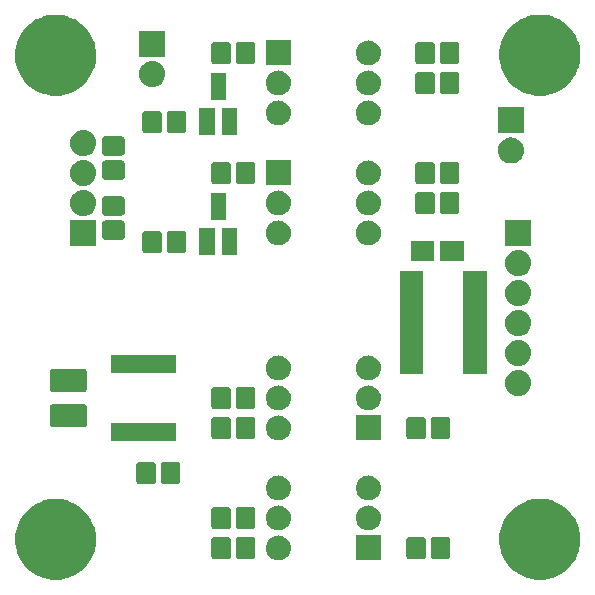
<source format=gbr>
G04 #@! TF.GenerationSoftware,KiCad,Pcbnew,(5.0.2)-1*
G04 #@! TF.CreationDate,2019-07-01T11:40:42-04:00*
G04 #@! TF.ProjectId,OptoUSB,4f70746f-5553-4422-9e6b-696361645f70,rev?*
G04 #@! TF.SameCoordinates,Original*
G04 #@! TF.FileFunction,Soldermask,Top*
G04 #@! TF.FilePolarity,Negative*
%FSLAX46Y46*%
G04 Gerber Fmt 4.6, Leading zero omitted, Abs format (unit mm)*
G04 Created by KiCad (PCBNEW (5.0.2)-1) date 7/1/2019 11:40:42 AM*
%MOMM*%
%LPD*%
G01*
G04 APERTURE LIST*
%ADD10C,0.150000*%
G04 APERTURE END LIST*
D10*
G36*
X45576424Y-41618480D02*
X46000202Y-41702775D01*
X46258686Y-41809843D01*
X46624239Y-41961259D01*
X47185863Y-42336524D01*
X47663476Y-42814137D01*
X48038741Y-43375761D01*
X48125535Y-43585301D01*
X48297225Y-43999798D01*
X48429000Y-44662273D01*
X48429000Y-45337727D01*
X48297225Y-46000202D01*
X48245407Y-46125301D01*
X48038741Y-46624239D01*
X47663476Y-47185863D01*
X47185863Y-47663476D01*
X46624239Y-48038741D01*
X46258686Y-48190157D01*
X46000202Y-48297225D01*
X45668964Y-48363113D01*
X45337728Y-48429000D01*
X44662272Y-48429000D01*
X44331035Y-48363112D01*
X43999798Y-48297225D01*
X43741314Y-48190157D01*
X43375761Y-48038741D01*
X42814137Y-47663476D01*
X42336524Y-47185863D01*
X41961259Y-46624239D01*
X41754593Y-46125301D01*
X41702775Y-46000202D01*
X41571000Y-45337727D01*
X41571000Y-44662273D01*
X41702775Y-43999798D01*
X41874465Y-43585301D01*
X41961259Y-43375761D01*
X42336524Y-42814137D01*
X42814137Y-42336524D01*
X43375761Y-41961259D01*
X43741314Y-41809843D01*
X43999798Y-41702775D01*
X44423576Y-41618480D01*
X44662272Y-41571000D01*
X45337728Y-41571000D01*
X45576424Y-41618480D01*
X45576424Y-41618480D01*
G37*
G36*
X4576424Y-41618480D02*
X5000202Y-41702775D01*
X5258686Y-41809843D01*
X5624239Y-41961259D01*
X6185863Y-42336524D01*
X6663476Y-42814137D01*
X7038741Y-43375761D01*
X7125535Y-43585301D01*
X7297225Y-43999798D01*
X7429000Y-44662273D01*
X7429000Y-45337727D01*
X7297225Y-46000202D01*
X7245407Y-46125301D01*
X7038741Y-46624239D01*
X6663476Y-47185863D01*
X6185863Y-47663476D01*
X5624239Y-48038741D01*
X5258686Y-48190157D01*
X5000202Y-48297225D01*
X4668965Y-48363112D01*
X4337728Y-48429000D01*
X3662272Y-48429000D01*
X3331035Y-48363112D01*
X2999798Y-48297225D01*
X2741314Y-48190157D01*
X2375761Y-48038741D01*
X1814137Y-47663476D01*
X1336524Y-47185863D01*
X961259Y-46624239D01*
X754593Y-46125301D01*
X702775Y-46000202D01*
X571000Y-45337727D01*
X571000Y-44662273D01*
X702775Y-43999798D01*
X874465Y-43585301D01*
X961259Y-43375761D01*
X1336524Y-42814137D01*
X1814137Y-42336524D01*
X2375761Y-41961259D01*
X2741314Y-41809843D01*
X2999798Y-41702775D01*
X3423576Y-41618480D01*
X3662272Y-41571000D01*
X4337728Y-41571000D01*
X4576424Y-41618480D01*
X4576424Y-41618480D01*
G37*
G36*
X31534000Y-46774000D02*
X29426000Y-46774000D01*
X29426000Y-44666000D01*
X31534000Y-44666000D01*
X31534000Y-46774000D01*
X31534000Y-46774000D01*
G37*
G36*
X22963388Y-44671084D02*
X23066620Y-44681251D01*
X23199073Y-44721430D01*
X23265301Y-44741520D01*
X23324057Y-44772926D01*
X23448404Y-44839391D01*
X23608896Y-44971104D01*
X23736373Y-45126434D01*
X23740608Y-45131595D01*
X23838480Y-45314699D01*
X23858570Y-45380927D01*
X23898749Y-45513380D01*
X23919099Y-45720000D01*
X23898749Y-45926620D01*
X23876428Y-46000201D01*
X23838480Y-46125301D01*
X23786166Y-46223172D01*
X23740609Y-46308404D01*
X23608896Y-46468896D01*
X23448404Y-46600609D01*
X23404195Y-46624239D01*
X23265301Y-46698480D01*
X23199073Y-46718570D01*
X23066620Y-46758749D01*
X22963388Y-46768916D01*
X22911773Y-46774000D01*
X22808227Y-46774000D01*
X22756612Y-46768916D01*
X22653380Y-46758749D01*
X22520927Y-46718570D01*
X22454699Y-46698480D01*
X22315805Y-46624239D01*
X22271596Y-46600609D01*
X22111104Y-46468896D01*
X21979391Y-46308404D01*
X21933834Y-46223172D01*
X21881520Y-46125301D01*
X21843572Y-46000201D01*
X21821251Y-45926620D01*
X21800901Y-45720000D01*
X21821251Y-45513380D01*
X21861430Y-45380927D01*
X21881520Y-45314699D01*
X21979392Y-45131595D01*
X21983628Y-45126434D01*
X22111104Y-44971104D01*
X22271596Y-44839391D01*
X22395943Y-44772926D01*
X22454699Y-44741520D01*
X22520927Y-44721430D01*
X22653380Y-44681251D01*
X22756612Y-44671084D01*
X22808227Y-44666000D01*
X22911773Y-44666000D01*
X22963388Y-44671084D01*
X22963388Y-44671084D01*
G37*
G36*
X20670632Y-44772161D02*
X20724885Y-44788618D01*
X20774873Y-44815337D01*
X20818697Y-44851303D01*
X20854663Y-44895127D01*
X20881382Y-44945115D01*
X20897839Y-44999368D01*
X20904000Y-45061922D01*
X20904000Y-46378078D01*
X20897839Y-46440632D01*
X20881382Y-46494885D01*
X20854663Y-46544873D01*
X20818697Y-46588697D01*
X20774873Y-46624663D01*
X20724885Y-46651382D01*
X20670632Y-46667839D01*
X20608078Y-46674000D01*
X19541922Y-46674000D01*
X19479368Y-46667839D01*
X19425115Y-46651382D01*
X19375127Y-46624663D01*
X19331303Y-46588697D01*
X19295337Y-46544873D01*
X19268618Y-46494885D01*
X19252161Y-46440632D01*
X19246000Y-46378078D01*
X19246000Y-45061922D01*
X19252161Y-44999368D01*
X19268618Y-44945115D01*
X19295337Y-44895127D01*
X19331303Y-44851303D01*
X19375127Y-44815337D01*
X19425115Y-44788618D01*
X19479368Y-44772161D01*
X19541922Y-44766000D01*
X20608078Y-44766000D01*
X20670632Y-44772161D01*
X20670632Y-44772161D01*
G37*
G36*
X18620632Y-44772161D02*
X18674885Y-44788618D01*
X18724873Y-44815337D01*
X18768697Y-44851303D01*
X18804663Y-44895127D01*
X18831382Y-44945115D01*
X18847839Y-44999368D01*
X18854000Y-45061922D01*
X18854000Y-46378078D01*
X18847839Y-46440632D01*
X18831382Y-46494885D01*
X18804663Y-46544873D01*
X18768697Y-46588697D01*
X18724873Y-46624663D01*
X18674885Y-46651382D01*
X18620632Y-46667839D01*
X18558078Y-46674000D01*
X17491922Y-46674000D01*
X17429368Y-46667839D01*
X17375115Y-46651382D01*
X17325127Y-46624663D01*
X17281303Y-46588697D01*
X17245337Y-46544873D01*
X17218618Y-46494885D01*
X17202161Y-46440632D01*
X17196000Y-46378078D01*
X17196000Y-45061922D01*
X17202161Y-44999368D01*
X17218618Y-44945115D01*
X17245337Y-44895127D01*
X17281303Y-44851303D01*
X17325127Y-44815337D01*
X17375115Y-44788618D01*
X17429368Y-44772161D01*
X17491922Y-44766000D01*
X18558078Y-44766000D01*
X18620632Y-44772161D01*
X18620632Y-44772161D01*
G37*
G36*
X35130632Y-44772161D02*
X35184885Y-44788618D01*
X35234873Y-44815337D01*
X35278697Y-44851303D01*
X35314663Y-44895127D01*
X35341382Y-44945115D01*
X35357839Y-44999368D01*
X35364000Y-45061922D01*
X35364000Y-46378078D01*
X35357839Y-46440632D01*
X35341382Y-46494885D01*
X35314663Y-46544873D01*
X35278697Y-46588697D01*
X35234873Y-46624663D01*
X35184885Y-46651382D01*
X35130632Y-46667839D01*
X35068078Y-46674000D01*
X34001922Y-46674000D01*
X33939368Y-46667839D01*
X33885115Y-46651382D01*
X33835127Y-46624663D01*
X33791303Y-46588697D01*
X33755337Y-46544873D01*
X33728618Y-46494885D01*
X33712161Y-46440632D01*
X33706000Y-46378078D01*
X33706000Y-45061922D01*
X33712161Y-44999368D01*
X33728618Y-44945115D01*
X33755337Y-44895127D01*
X33791303Y-44851303D01*
X33835127Y-44815337D01*
X33885115Y-44788618D01*
X33939368Y-44772161D01*
X34001922Y-44766000D01*
X35068078Y-44766000D01*
X35130632Y-44772161D01*
X35130632Y-44772161D01*
G37*
G36*
X37180632Y-44772161D02*
X37234885Y-44788618D01*
X37284873Y-44815337D01*
X37328697Y-44851303D01*
X37364663Y-44895127D01*
X37391382Y-44945115D01*
X37407839Y-44999368D01*
X37414000Y-45061922D01*
X37414000Y-46378078D01*
X37407839Y-46440632D01*
X37391382Y-46494885D01*
X37364663Y-46544873D01*
X37328697Y-46588697D01*
X37284873Y-46624663D01*
X37234885Y-46651382D01*
X37180632Y-46667839D01*
X37118078Y-46674000D01*
X36051922Y-46674000D01*
X35989368Y-46667839D01*
X35935115Y-46651382D01*
X35885127Y-46624663D01*
X35841303Y-46588697D01*
X35805337Y-46544873D01*
X35778618Y-46494885D01*
X35762161Y-46440632D01*
X35756000Y-46378078D01*
X35756000Y-45061922D01*
X35762161Y-44999368D01*
X35778618Y-44945115D01*
X35805337Y-44895127D01*
X35841303Y-44851303D01*
X35885127Y-44815337D01*
X35935115Y-44788618D01*
X35989368Y-44772161D01*
X36051922Y-44766000D01*
X37118078Y-44766000D01*
X37180632Y-44772161D01*
X37180632Y-44772161D01*
G37*
G36*
X22963388Y-42131084D02*
X23066620Y-42141251D01*
X23199073Y-42181430D01*
X23265301Y-42201520D01*
X23324057Y-42232926D01*
X23448404Y-42299391D01*
X23608896Y-42431104D01*
X23736373Y-42586434D01*
X23740608Y-42591595D01*
X23838480Y-42774699D01*
X23838480Y-42774700D01*
X23898749Y-42973380D01*
X23919099Y-43180000D01*
X23898749Y-43386620D01*
X23858570Y-43519073D01*
X23838480Y-43585301D01*
X23786166Y-43683172D01*
X23740609Y-43768404D01*
X23608896Y-43928896D01*
X23448404Y-44060609D01*
X23403402Y-44084663D01*
X23265301Y-44158480D01*
X23199073Y-44178570D01*
X23066620Y-44218749D01*
X22963388Y-44228916D01*
X22911773Y-44234000D01*
X22808227Y-44234000D01*
X22756612Y-44228916D01*
X22653380Y-44218749D01*
X22520927Y-44178570D01*
X22454699Y-44158480D01*
X22316598Y-44084663D01*
X22271596Y-44060609D01*
X22111104Y-43928896D01*
X21979391Y-43768404D01*
X21933834Y-43683172D01*
X21881520Y-43585301D01*
X21861430Y-43519073D01*
X21821251Y-43386620D01*
X21800901Y-43180000D01*
X21821251Y-42973380D01*
X21881520Y-42774700D01*
X21881520Y-42774699D01*
X21979392Y-42591595D01*
X21983628Y-42586434D01*
X22111104Y-42431104D01*
X22271596Y-42299391D01*
X22395943Y-42232926D01*
X22454699Y-42201520D01*
X22520927Y-42181430D01*
X22653380Y-42141251D01*
X22756612Y-42131084D01*
X22808227Y-42126000D01*
X22911773Y-42126000D01*
X22963388Y-42131084D01*
X22963388Y-42131084D01*
G37*
G36*
X30583388Y-42131084D02*
X30686620Y-42141251D01*
X30819073Y-42181430D01*
X30885301Y-42201520D01*
X30944057Y-42232926D01*
X31068404Y-42299391D01*
X31228896Y-42431104D01*
X31356373Y-42586434D01*
X31360608Y-42591595D01*
X31458480Y-42774699D01*
X31458480Y-42774700D01*
X31518749Y-42973380D01*
X31539099Y-43180000D01*
X31518749Y-43386620D01*
X31478570Y-43519073D01*
X31458480Y-43585301D01*
X31406166Y-43683172D01*
X31360609Y-43768404D01*
X31228896Y-43928896D01*
X31068404Y-44060609D01*
X31023402Y-44084663D01*
X30885301Y-44158480D01*
X30819073Y-44178570D01*
X30686620Y-44218749D01*
X30583388Y-44228916D01*
X30531773Y-44234000D01*
X30428227Y-44234000D01*
X30376612Y-44228916D01*
X30273380Y-44218749D01*
X30140927Y-44178570D01*
X30074699Y-44158480D01*
X29936598Y-44084663D01*
X29891596Y-44060609D01*
X29731104Y-43928896D01*
X29599391Y-43768404D01*
X29553834Y-43683172D01*
X29501520Y-43585301D01*
X29481430Y-43519073D01*
X29441251Y-43386620D01*
X29420901Y-43180000D01*
X29441251Y-42973380D01*
X29501520Y-42774700D01*
X29501520Y-42774699D01*
X29599392Y-42591595D01*
X29603628Y-42586434D01*
X29731104Y-42431104D01*
X29891596Y-42299391D01*
X30015943Y-42232926D01*
X30074699Y-42201520D01*
X30140927Y-42181430D01*
X30273380Y-42141251D01*
X30376612Y-42131084D01*
X30428227Y-42126000D01*
X30531773Y-42126000D01*
X30583388Y-42131084D01*
X30583388Y-42131084D01*
G37*
G36*
X18620632Y-42232161D02*
X18674885Y-42248618D01*
X18724873Y-42275337D01*
X18768697Y-42311303D01*
X18804663Y-42355127D01*
X18831382Y-42405115D01*
X18847839Y-42459368D01*
X18854000Y-42521922D01*
X18854000Y-43838078D01*
X18847839Y-43900632D01*
X18831382Y-43954885D01*
X18804663Y-44004873D01*
X18768697Y-44048697D01*
X18724873Y-44084663D01*
X18674885Y-44111382D01*
X18620632Y-44127839D01*
X18558078Y-44134000D01*
X17491922Y-44134000D01*
X17429368Y-44127839D01*
X17375115Y-44111382D01*
X17325127Y-44084663D01*
X17281303Y-44048697D01*
X17245337Y-44004873D01*
X17218618Y-43954885D01*
X17202161Y-43900632D01*
X17196000Y-43838078D01*
X17196000Y-42521922D01*
X17202161Y-42459368D01*
X17218618Y-42405115D01*
X17245337Y-42355127D01*
X17281303Y-42311303D01*
X17325127Y-42275337D01*
X17375115Y-42248618D01*
X17429368Y-42232161D01*
X17491922Y-42226000D01*
X18558078Y-42226000D01*
X18620632Y-42232161D01*
X18620632Y-42232161D01*
G37*
G36*
X20670632Y-42232161D02*
X20724885Y-42248618D01*
X20774873Y-42275337D01*
X20818697Y-42311303D01*
X20854663Y-42355127D01*
X20881382Y-42405115D01*
X20897839Y-42459368D01*
X20904000Y-42521922D01*
X20904000Y-43838078D01*
X20897839Y-43900632D01*
X20881382Y-43954885D01*
X20854663Y-44004873D01*
X20818697Y-44048697D01*
X20774873Y-44084663D01*
X20724885Y-44111382D01*
X20670632Y-44127839D01*
X20608078Y-44134000D01*
X19541922Y-44134000D01*
X19479368Y-44127839D01*
X19425115Y-44111382D01*
X19375127Y-44084663D01*
X19331303Y-44048697D01*
X19295337Y-44004873D01*
X19268618Y-43954885D01*
X19252161Y-43900632D01*
X19246000Y-43838078D01*
X19246000Y-42521922D01*
X19252161Y-42459368D01*
X19268618Y-42405115D01*
X19295337Y-42355127D01*
X19331303Y-42311303D01*
X19375127Y-42275337D01*
X19425115Y-42248618D01*
X19479368Y-42232161D01*
X19541922Y-42226000D01*
X20608078Y-42226000D01*
X20670632Y-42232161D01*
X20670632Y-42232161D01*
G37*
G36*
X22963388Y-39591084D02*
X23066620Y-39601251D01*
X23199073Y-39641430D01*
X23265301Y-39661520D01*
X23363172Y-39713834D01*
X23448404Y-39759391D01*
X23448406Y-39759392D01*
X23448405Y-39759392D01*
X23608896Y-39891104D01*
X23740608Y-40051595D01*
X23838480Y-40234699D01*
X23850603Y-40274663D01*
X23898749Y-40433380D01*
X23919099Y-40640000D01*
X23898749Y-40846620D01*
X23858570Y-40979073D01*
X23838480Y-41045301D01*
X23786166Y-41143172D01*
X23740609Y-41228404D01*
X23608896Y-41388896D01*
X23448404Y-41520609D01*
X23363172Y-41566166D01*
X23265301Y-41618480D01*
X23199073Y-41638570D01*
X23066620Y-41678749D01*
X22963388Y-41688916D01*
X22911773Y-41694000D01*
X22808227Y-41694000D01*
X22756612Y-41688916D01*
X22653380Y-41678749D01*
X22520927Y-41638570D01*
X22454699Y-41618480D01*
X22356828Y-41566166D01*
X22271596Y-41520609D01*
X22111104Y-41388896D01*
X21979391Y-41228404D01*
X21933834Y-41143172D01*
X21881520Y-41045301D01*
X21861430Y-40979073D01*
X21821251Y-40846620D01*
X21800901Y-40640000D01*
X21821251Y-40433380D01*
X21869397Y-40274663D01*
X21881520Y-40234699D01*
X21979392Y-40051595D01*
X22111104Y-39891104D01*
X22271595Y-39759392D01*
X22271594Y-39759392D01*
X22271596Y-39759391D01*
X22356828Y-39713834D01*
X22454699Y-39661520D01*
X22520927Y-39641430D01*
X22653380Y-39601251D01*
X22756612Y-39591084D01*
X22808227Y-39586000D01*
X22911773Y-39586000D01*
X22963388Y-39591084D01*
X22963388Y-39591084D01*
G37*
G36*
X30583388Y-39591084D02*
X30686620Y-39601251D01*
X30819073Y-39641430D01*
X30885301Y-39661520D01*
X30983172Y-39713834D01*
X31068404Y-39759391D01*
X31068406Y-39759392D01*
X31068405Y-39759392D01*
X31228896Y-39891104D01*
X31360608Y-40051595D01*
X31458480Y-40234699D01*
X31470603Y-40274663D01*
X31518749Y-40433380D01*
X31539099Y-40640000D01*
X31518749Y-40846620D01*
X31478570Y-40979073D01*
X31458480Y-41045301D01*
X31406166Y-41143172D01*
X31360609Y-41228404D01*
X31228896Y-41388896D01*
X31068404Y-41520609D01*
X30983172Y-41566166D01*
X30885301Y-41618480D01*
X30819073Y-41638570D01*
X30686620Y-41678749D01*
X30583388Y-41688916D01*
X30531773Y-41694000D01*
X30428227Y-41694000D01*
X30376612Y-41688916D01*
X30273380Y-41678749D01*
X30140927Y-41638570D01*
X30074699Y-41618480D01*
X29976828Y-41566166D01*
X29891596Y-41520609D01*
X29731104Y-41388896D01*
X29599391Y-41228404D01*
X29553834Y-41143172D01*
X29501520Y-41045301D01*
X29481430Y-40979073D01*
X29441251Y-40846620D01*
X29420901Y-40640000D01*
X29441251Y-40433380D01*
X29489397Y-40274663D01*
X29501520Y-40234699D01*
X29599392Y-40051595D01*
X29731104Y-39891104D01*
X29891595Y-39759392D01*
X29891594Y-39759392D01*
X29891596Y-39759391D01*
X29976828Y-39713834D01*
X30074699Y-39661520D01*
X30140927Y-39641430D01*
X30273380Y-39601251D01*
X30376612Y-39591084D01*
X30428227Y-39586000D01*
X30531773Y-39586000D01*
X30583388Y-39591084D01*
X30583388Y-39591084D01*
G37*
G36*
X12270632Y-38422161D02*
X12324885Y-38438618D01*
X12374873Y-38465337D01*
X12418697Y-38501303D01*
X12454663Y-38545127D01*
X12481382Y-38595115D01*
X12497839Y-38649368D01*
X12504000Y-38711922D01*
X12504000Y-40028078D01*
X12497839Y-40090632D01*
X12481382Y-40144885D01*
X12454663Y-40194873D01*
X12418697Y-40238697D01*
X12374873Y-40274663D01*
X12324885Y-40301382D01*
X12270632Y-40317839D01*
X12208078Y-40324000D01*
X11141922Y-40324000D01*
X11079368Y-40317839D01*
X11025115Y-40301382D01*
X10975127Y-40274663D01*
X10931303Y-40238697D01*
X10895337Y-40194873D01*
X10868618Y-40144885D01*
X10852161Y-40090632D01*
X10846000Y-40028078D01*
X10846000Y-38711922D01*
X10852161Y-38649368D01*
X10868618Y-38595115D01*
X10895337Y-38545127D01*
X10931303Y-38501303D01*
X10975127Y-38465337D01*
X11025115Y-38438618D01*
X11079368Y-38422161D01*
X11141922Y-38416000D01*
X12208078Y-38416000D01*
X12270632Y-38422161D01*
X12270632Y-38422161D01*
G37*
G36*
X14320632Y-38422161D02*
X14374885Y-38438618D01*
X14424873Y-38465337D01*
X14468697Y-38501303D01*
X14504663Y-38545127D01*
X14531382Y-38595115D01*
X14547839Y-38649368D01*
X14554000Y-38711922D01*
X14554000Y-40028078D01*
X14547839Y-40090632D01*
X14531382Y-40144885D01*
X14504663Y-40194873D01*
X14468697Y-40238697D01*
X14424873Y-40274663D01*
X14374885Y-40301382D01*
X14320632Y-40317839D01*
X14258078Y-40324000D01*
X13191922Y-40324000D01*
X13129368Y-40317839D01*
X13075115Y-40301382D01*
X13025127Y-40274663D01*
X12981303Y-40238697D01*
X12945337Y-40194873D01*
X12918618Y-40144885D01*
X12902161Y-40090632D01*
X12896000Y-40028078D01*
X12896000Y-38711922D01*
X12902161Y-38649368D01*
X12918618Y-38595115D01*
X12945337Y-38545127D01*
X12981303Y-38501303D01*
X13025127Y-38465337D01*
X13075115Y-38438618D01*
X13129368Y-38422161D01*
X13191922Y-38416000D01*
X14258078Y-38416000D01*
X14320632Y-38422161D01*
X14320632Y-38422161D01*
G37*
G36*
X14159000Y-36674000D02*
X8701000Y-36674000D01*
X8701000Y-35166000D01*
X14159000Y-35166000D01*
X14159000Y-36674000D01*
X14159000Y-36674000D01*
G37*
G36*
X31534000Y-36614000D02*
X29426000Y-36614000D01*
X29426000Y-34506000D01*
X31534000Y-34506000D01*
X31534000Y-36614000D01*
X31534000Y-36614000D01*
G37*
G36*
X22963388Y-34511084D02*
X23066620Y-34521251D01*
X23199073Y-34561430D01*
X23265301Y-34581520D01*
X23324057Y-34612926D01*
X23448404Y-34679391D01*
X23608896Y-34811104D01*
X23736373Y-34966434D01*
X23740608Y-34971595D01*
X23838480Y-35154699D01*
X23838480Y-35154700D01*
X23898749Y-35353380D01*
X23919099Y-35560000D01*
X23898749Y-35766620D01*
X23858570Y-35899073D01*
X23838480Y-35965301D01*
X23786166Y-36063172D01*
X23740609Y-36148404D01*
X23608896Y-36308896D01*
X23448404Y-36440609D01*
X23403402Y-36464663D01*
X23265301Y-36538480D01*
X23199073Y-36558570D01*
X23066620Y-36598749D01*
X22963388Y-36608916D01*
X22911773Y-36614000D01*
X22808227Y-36614000D01*
X22756612Y-36608916D01*
X22653380Y-36598749D01*
X22520927Y-36558570D01*
X22454699Y-36538480D01*
X22316598Y-36464663D01*
X22271596Y-36440609D01*
X22111104Y-36308896D01*
X21979391Y-36148404D01*
X21933834Y-36063172D01*
X21881520Y-35965301D01*
X21861430Y-35899073D01*
X21821251Y-35766620D01*
X21800901Y-35560000D01*
X21821251Y-35353380D01*
X21881520Y-35154700D01*
X21881520Y-35154699D01*
X21979392Y-34971595D01*
X21983628Y-34966434D01*
X22111104Y-34811104D01*
X22271596Y-34679391D01*
X22395943Y-34612926D01*
X22454699Y-34581520D01*
X22520927Y-34561430D01*
X22653380Y-34521251D01*
X22756612Y-34511084D01*
X22808227Y-34506000D01*
X22911773Y-34506000D01*
X22963388Y-34511084D01*
X22963388Y-34511084D01*
G37*
G36*
X18620632Y-34612161D02*
X18674885Y-34628618D01*
X18724873Y-34655337D01*
X18768697Y-34691303D01*
X18804663Y-34735127D01*
X18831382Y-34785115D01*
X18847839Y-34839368D01*
X18854000Y-34901922D01*
X18854000Y-36218078D01*
X18847839Y-36280632D01*
X18831382Y-36334885D01*
X18804663Y-36384873D01*
X18768697Y-36428697D01*
X18724873Y-36464663D01*
X18674885Y-36491382D01*
X18620632Y-36507839D01*
X18558078Y-36514000D01*
X17491922Y-36514000D01*
X17429368Y-36507839D01*
X17375115Y-36491382D01*
X17325127Y-36464663D01*
X17281303Y-36428697D01*
X17245337Y-36384873D01*
X17218618Y-36334885D01*
X17202161Y-36280632D01*
X17196000Y-36218078D01*
X17196000Y-34901922D01*
X17202161Y-34839368D01*
X17218618Y-34785115D01*
X17245337Y-34735127D01*
X17281303Y-34691303D01*
X17325127Y-34655337D01*
X17375115Y-34628618D01*
X17429368Y-34612161D01*
X17491922Y-34606000D01*
X18558078Y-34606000D01*
X18620632Y-34612161D01*
X18620632Y-34612161D01*
G37*
G36*
X20670632Y-34612161D02*
X20724885Y-34628618D01*
X20774873Y-34655337D01*
X20818697Y-34691303D01*
X20854663Y-34735127D01*
X20881382Y-34785115D01*
X20897839Y-34839368D01*
X20904000Y-34901922D01*
X20904000Y-36218078D01*
X20897839Y-36280632D01*
X20881382Y-36334885D01*
X20854663Y-36384873D01*
X20818697Y-36428697D01*
X20774873Y-36464663D01*
X20724885Y-36491382D01*
X20670632Y-36507839D01*
X20608078Y-36514000D01*
X19541922Y-36514000D01*
X19479368Y-36507839D01*
X19425115Y-36491382D01*
X19375127Y-36464663D01*
X19331303Y-36428697D01*
X19295337Y-36384873D01*
X19268618Y-36334885D01*
X19252161Y-36280632D01*
X19246000Y-36218078D01*
X19246000Y-34901922D01*
X19252161Y-34839368D01*
X19268618Y-34785115D01*
X19295337Y-34735127D01*
X19331303Y-34691303D01*
X19375127Y-34655337D01*
X19425115Y-34628618D01*
X19479368Y-34612161D01*
X19541922Y-34606000D01*
X20608078Y-34606000D01*
X20670632Y-34612161D01*
X20670632Y-34612161D01*
G37*
G36*
X35130632Y-34612161D02*
X35184885Y-34628618D01*
X35234873Y-34655337D01*
X35278697Y-34691303D01*
X35314663Y-34735127D01*
X35341382Y-34785115D01*
X35357839Y-34839368D01*
X35364000Y-34901922D01*
X35364000Y-36218078D01*
X35357839Y-36280632D01*
X35341382Y-36334885D01*
X35314663Y-36384873D01*
X35278697Y-36428697D01*
X35234873Y-36464663D01*
X35184885Y-36491382D01*
X35130632Y-36507839D01*
X35068078Y-36514000D01*
X34001922Y-36514000D01*
X33939368Y-36507839D01*
X33885115Y-36491382D01*
X33835127Y-36464663D01*
X33791303Y-36428697D01*
X33755337Y-36384873D01*
X33728618Y-36334885D01*
X33712161Y-36280632D01*
X33706000Y-36218078D01*
X33706000Y-34901922D01*
X33712161Y-34839368D01*
X33728618Y-34785115D01*
X33755337Y-34735127D01*
X33791303Y-34691303D01*
X33835127Y-34655337D01*
X33885115Y-34628618D01*
X33939368Y-34612161D01*
X34001922Y-34606000D01*
X35068078Y-34606000D01*
X35130632Y-34612161D01*
X35130632Y-34612161D01*
G37*
G36*
X37180632Y-34612161D02*
X37234885Y-34628618D01*
X37284873Y-34655337D01*
X37328697Y-34691303D01*
X37364663Y-34735127D01*
X37391382Y-34785115D01*
X37407839Y-34839368D01*
X37414000Y-34901922D01*
X37414000Y-36218078D01*
X37407839Y-36280632D01*
X37391382Y-36334885D01*
X37364663Y-36384873D01*
X37328697Y-36428697D01*
X37284873Y-36464663D01*
X37234885Y-36491382D01*
X37180632Y-36507839D01*
X37118078Y-36514000D01*
X36051922Y-36514000D01*
X35989368Y-36507839D01*
X35935115Y-36491382D01*
X35885127Y-36464663D01*
X35841303Y-36428697D01*
X35805337Y-36384873D01*
X35778618Y-36334885D01*
X35762161Y-36280632D01*
X35756000Y-36218078D01*
X35756000Y-34901922D01*
X35762161Y-34839368D01*
X35778618Y-34785115D01*
X35805337Y-34735127D01*
X35841303Y-34691303D01*
X35885127Y-34655337D01*
X35935115Y-34628618D01*
X35989368Y-34612161D01*
X36051922Y-34606000D01*
X37118078Y-34606000D01*
X37180632Y-34612161D01*
X37180632Y-34612161D01*
G37*
G36*
X6451225Y-33546550D02*
X6499512Y-33561197D01*
X6544012Y-33584983D01*
X6583011Y-33616989D01*
X6615017Y-33655988D01*
X6638803Y-33700488D01*
X6653450Y-33748775D01*
X6659000Y-33805123D01*
X6659000Y-35209877D01*
X6653450Y-35266225D01*
X6638803Y-35314512D01*
X6615017Y-35359012D01*
X6583011Y-35398011D01*
X6544012Y-35430017D01*
X6499512Y-35453803D01*
X6451225Y-35468450D01*
X6394877Y-35474000D01*
X3765123Y-35474000D01*
X3708775Y-35468450D01*
X3660488Y-35453803D01*
X3615988Y-35430017D01*
X3576989Y-35398011D01*
X3544983Y-35359012D01*
X3521197Y-35314512D01*
X3506550Y-35266225D01*
X3501000Y-35209877D01*
X3501000Y-33805123D01*
X3506550Y-33748775D01*
X3521197Y-33700488D01*
X3544983Y-33655988D01*
X3576989Y-33616989D01*
X3615988Y-33584983D01*
X3660488Y-33561197D01*
X3708775Y-33546550D01*
X3765123Y-33541000D01*
X6394877Y-33541000D01*
X6451225Y-33546550D01*
X6451225Y-33546550D01*
G37*
G36*
X22963388Y-31971084D02*
X23066620Y-31981251D01*
X23199073Y-32021430D01*
X23265301Y-32041520D01*
X23324057Y-32072926D01*
X23448404Y-32139391D01*
X23608896Y-32271104D01*
X23740609Y-32431596D01*
X23776637Y-32499000D01*
X23838480Y-32614699D01*
X23838480Y-32614700D01*
X23898749Y-32813380D01*
X23919099Y-33020000D01*
X23898749Y-33226620D01*
X23858570Y-33359073D01*
X23838480Y-33425301D01*
X23786166Y-33523172D01*
X23740609Y-33608404D01*
X23608896Y-33768896D01*
X23448404Y-33900609D01*
X23403402Y-33924663D01*
X23265301Y-33998480D01*
X23199073Y-34018570D01*
X23066620Y-34058749D01*
X22963388Y-34068916D01*
X22911773Y-34074000D01*
X22808227Y-34074000D01*
X22756612Y-34068916D01*
X22653380Y-34058749D01*
X22520927Y-34018570D01*
X22454699Y-33998480D01*
X22316598Y-33924663D01*
X22271596Y-33900609D01*
X22111104Y-33768896D01*
X21979391Y-33608404D01*
X21933834Y-33523172D01*
X21881520Y-33425301D01*
X21861430Y-33359073D01*
X21821251Y-33226620D01*
X21800901Y-33020000D01*
X21821251Y-32813380D01*
X21881520Y-32614700D01*
X21881520Y-32614699D01*
X21943363Y-32499000D01*
X21979391Y-32431596D01*
X22111104Y-32271104D01*
X22271596Y-32139391D01*
X22395943Y-32072926D01*
X22454699Y-32041520D01*
X22520927Y-32021430D01*
X22653380Y-31981251D01*
X22756612Y-31971084D01*
X22808227Y-31966000D01*
X22911773Y-31966000D01*
X22963388Y-31971084D01*
X22963388Y-31971084D01*
G37*
G36*
X30583388Y-31971084D02*
X30686620Y-31981251D01*
X30819073Y-32021430D01*
X30885301Y-32041520D01*
X30944057Y-32072926D01*
X31068404Y-32139391D01*
X31228896Y-32271104D01*
X31360609Y-32431596D01*
X31396637Y-32499000D01*
X31458480Y-32614699D01*
X31458480Y-32614700D01*
X31518749Y-32813380D01*
X31539099Y-33020000D01*
X31518749Y-33226620D01*
X31478570Y-33359073D01*
X31458480Y-33425301D01*
X31406166Y-33523172D01*
X31360609Y-33608404D01*
X31228896Y-33768896D01*
X31068404Y-33900609D01*
X31023402Y-33924663D01*
X30885301Y-33998480D01*
X30819073Y-34018570D01*
X30686620Y-34058749D01*
X30583388Y-34068916D01*
X30531773Y-34074000D01*
X30428227Y-34074000D01*
X30376612Y-34068916D01*
X30273380Y-34058749D01*
X30140927Y-34018570D01*
X30074699Y-33998480D01*
X29936598Y-33924663D01*
X29891596Y-33900609D01*
X29731104Y-33768896D01*
X29599391Y-33608404D01*
X29553834Y-33523172D01*
X29501520Y-33425301D01*
X29481430Y-33359073D01*
X29441251Y-33226620D01*
X29420901Y-33020000D01*
X29441251Y-32813380D01*
X29501520Y-32614700D01*
X29501520Y-32614699D01*
X29563363Y-32499000D01*
X29599391Y-32431596D01*
X29731104Y-32271104D01*
X29891596Y-32139391D01*
X30015943Y-32072926D01*
X30074699Y-32041520D01*
X30140927Y-32021430D01*
X30273380Y-31981251D01*
X30376612Y-31971084D01*
X30428227Y-31966000D01*
X30531773Y-31966000D01*
X30583388Y-31971084D01*
X30583388Y-31971084D01*
G37*
G36*
X18620632Y-32072161D02*
X18674885Y-32088618D01*
X18724873Y-32115337D01*
X18768697Y-32151303D01*
X18804663Y-32195127D01*
X18831382Y-32245115D01*
X18847839Y-32299368D01*
X18854000Y-32361922D01*
X18854000Y-33678078D01*
X18847839Y-33740632D01*
X18831382Y-33794885D01*
X18804663Y-33844873D01*
X18768697Y-33888697D01*
X18724873Y-33924663D01*
X18674885Y-33951382D01*
X18620632Y-33967839D01*
X18558078Y-33974000D01*
X17491922Y-33974000D01*
X17429368Y-33967839D01*
X17375115Y-33951382D01*
X17325127Y-33924663D01*
X17281303Y-33888697D01*
X17245337Y-33844873D01*
X17218618Y-33794885D01*
X17202161Y-33740632D01*
X17196000Y-33678078D01*
X17196000Y-32361922D01*
X17202161Y-32299368D01*
X17218618Y-32245115D01*
X17245337Y-32195127D01*
X17281303Y-32151303D01*
X17325127Y-32115337D01*
X17375115Y-32088618D01*
X17429368Y-32072161D01*
X17491922Y-32066000D01*
X18558078Y-32066000D01*
X18620632Y-32072161D01*
X18620632Y-32072161D01*
G37*
G36*
X20670632Y-32072161D02*
X20724885Y-32088618D01*
X20774873Y-32115337D01*
X20818697Y-32151303D01*
X20854663Y-32195127D01*
X20881382Y-32245115D01*
X20897839Y-32299368D01*
X20904000Y-32361922D01*
X20904000Y-33678078D01*
X20897839Y-33740632D01*
X20881382Y-33794885D01*
X20854663Y-33844873D01*
X20818697Y-33888697D01*
X20774873Y-33924663D01*
X20724885Y-33951382D01*
X20670632Y-33967839D01*
X20608078Y-33974000D01*
X19541922Y-33974000D01*
X19479368Y-33967839D01*
X19425115Y-33951382D01*
X19375127Y-33924663D01*
X19331303Y-33888697D01*
X19295337Y-33844873D01*
X19268618Y-33794885D01*
X19252161Y-33740632D01*
X19246000Y-33678078D01*
X19246000Y-32361922D01*
X19252161Y-32299368D01*
X19268618Y-32245115D01*
X19295337Y-32195127D01*
X19331303Y-32151303D01*
X19375127Y-32115337D01*
X19425115Y-32088618D01*
X19479368Y-32072161D01*
X19541922Y-32066000D01*
X20608078Y-32066000D01*
X20670632Y-32072161D01*
X20670632Y-32072161D01*
G37*
G36*
X43396423Y-30661974D02*
X43604526Y-30725102D01*
X43796313Y-30827614D01*
X43796316Y-30827616D01*
X43796317Y-30827617D01*
X43890759Y-30905123D01*
X43964423Y-30965577D01*
X44102386Y-31133687D01*
X44204898Y-31325474D01*
X44268026Y-31533577D01*
X44289341Y-31750000D01*
X44268026Y-31966423D01*
X44204898Y-32174526D01*
X44102386Y-32366313D01*
X44102384Y-32366316D01*
X44102383Y-32366317D01*
X43964423Y-32534423D01*
X43866606Y-32614699D01*
X43796313Y-32672386D01*
X43604526Y-32774898D01*
X43396423Y-32838026D01*
X43234231Y-32854000D01*
X43125769Y-32854000D01*
X42963577Y-32838026D01*
X42755474Y-32774898D01*
X42563687Y-32672386D01*
X42493395Y-32614699D01*
X42395577Y-32534423D01*
X42257617Y-32366317D01*
X42257616Y-32366316D01*
X42257614Y-32366313D01*
X42155102Y-32174526D01*
X42091974Y-31966423D01*
X42070659Y-31750000D01*
X42091974Y-31533577D01*
X42155102Y-31325474D01*
X42257614Y-31133687D01*
X42395577Y-30965577D01*
X42469241Y-30905123D01*
X42563683Y-30827617D01*
X42563684Y-30827616D01*
X42563687Y-30827614D01*
X42755474Y-30725102D01*
X42963577Y-30661974D01*
X43125769Y-30646000D01*
X43234231Y-30646000D01*
X43396423Y-30661974D01*
X43396423Y-30661974D01*
G37*
G36*
X6451225Y-30571550D02*
X6499512Y-30586197D01*
X6544012Y-30609983D01*
X6583011Y-30641989D01*
X6615017Y-30680988D01*
X6638803Y-30725488D01*
X6653450Y-30773775D01*
X6659000Y-30830123D01*
X6659000Y-32234877D01*
X6653450Y-32291225D01*
X6638803Y-32339512D01*
X6615017Y-32384012D01*
X6583011Y-32423011D01*
X6544012Y-32455017D01*
X6499512Y-32478803D01*
X6451225Y-32493450D01*
X6394877Y-32499000D01*
X3765123Y-32499000D01*
X3708775Y-32493450D01*
X3660488Y-32478803D01*
X3615988Y-32455017D01*
X3576989Y-32423011D01*
X3544983Y-32384012D01*
X3521197Y-32339512D01*
X3506550Y-32291225D01*
X3501000Y-32234877D01*
X3501000Y-30830123D01*
X3506550Y-30773775D01*
X3521197Y-30725488D01*
X3544983Y-30680988D01*
X3576989Y-30641989D01*
X3615988Y-30609983D01*
X3660488Y-30586197D01*
X3708775Y-30571550D01*
X3765123Y-30566000D01*
X6394877Y-30566000D01*
X6451225Y-30571550D01*
X6451225Y-30571550D01*
G37*
G36*
X22963388Y-29431084D02*
X23066620Y-29441251D01*
X23199073Y-29481430D01*
X23265301Y-29501520D01*
X23363172Y-29553834D01*
X23448404Y-29599391D01*
X23448406Y-29599392D01*
X23448405Y-29599392D01*
X23608896Y-29731104D01*
X23740608Y-29891595D01*
X23838480Y-30074699D01*
X23838480Y-30074700D01*
X23898749Y-30273380D01*
X23919099Y-30480000D01*
X23898749Y-30686620D01*
X23872311Y-30773775D01*
X23838480Y-30885301D01*
X23795571Y-30965577D01*
X23740609Y-31068404D01*
X23608896Y-31228896D01*
X23448404Y-31360609D01*
X23363172Y-31406166D01*
X23265301Y-31458480D01*
X23199073Y-31478570D01*
X23066620Y-31518749D01*
X22963388Y-31528916D01*
X22911773Y-31534000D01*
X22808227Y-31534000D01*
X22756612Y-31528916D01*
X22653380Y-31518749D01*
X22520927Y-31478570D01*
X22454699Y-31458480D01*
X22356828Y-31406166D01*
X22271596Y-31360609D01*
X22111104Y-31228896D01*
X21979391Y-31068404D01*
X21924429Y-30965577D01*
X21881520Y-30885301D01*
X21847689Y-30773775D01*
X21821251Y-30686620D01*
X21800901Y-30480000D01*
X21821251Y-30273380D01*
X21881520Y-30074700D01*
X21881520Y-30074699D01*
X21979392Y-29891595D01*
X22111104Y-29731104D01*
X22271595Y-29599392D01*
X22271594Y-29599392D01*
X22271596Y-29599391D01*
X22356828Y-29553834D01*
X22454699Y-29501520D01*
X22520927Y-29481430D01*
X22653380Y-29441251D01*
X22756612Y-29431084D01*
X22808227Y-29426000D01*
X22911773Y-29426000D01*
X22963388Y-29431084D01*
X22963388Y-29431084D01*
G37*
G36*
X30583388Y-29431084D02*
X30686620Y-29441251D01*
X30819073Y-29481430D01*
X30885301Y-29501520D01*
X30983172Y-29553834D01*
X31068404Y-29599391D01*
X31068406Y-29599392D01*
X31068405Y-29599392D01*
X31228896Y-29731104D01*
X31360608Y-29891595D01*
X31458480Y-30074699D01*
X31458480Y-30074700D01*
X31518749Y-30273380D01*
X31539099Y-30480000D01*
X31518749Y-30686620D01*
X31492311Y-30773775D01*
X31458480Y-30885301D01*
X31415571Y-30965577D01*
X31360609Y-31068404D01*
X31228896Y-31228896D01*
X31068404Y-31360609D01*
X30983172Y-31406166D01*
X30885301Y-31458480D01*
X30819073Y-31478570D01*
X30686620Y-31518749D01*
X30583388Y-31528916D01*
X30531773Y-31534000D01*
X30428227Y-31534000D01*
X30376612Y-31528916D01*
X30273380Y-31518749D01*
X30140927Y-31478570D01*
X30074699Y-31458480D01*
X29976828Y-31406166D01*
X29891596Y-31360609D01*
X29731104Y-31228896D01*
X29599391Y-31068404D01*
X29544429Y-30965577D01*
X29501520Y-30885301D01*
X29467689Y-30773775D01*
X29441251Y-30686620D01*
X29420901Y-30480000D01*
X29441251Y-30273380D01*
X29501520Y-30074700D01*
X29501520Y-30074699D01*
X29599392Y-29891595D01*
X29731104Y-29731104D01*
X29891595Y-29599392D01*
X29891594Y-29599392D01*
X29891596Y-29599391D01*
X29976828Y-29553834D01*
X30074699Y-29501520D01*
X30140927Y-29481430D01*
X30273380Y-29441251D01*
X30376612Y-29431084D01*
X30428227Y-29426000D01*
X30531773Y-29426000D01*
X30583388Y-29431084D01*
X30583388Y-29431084D01*
G37*
G36*
X40534000Y-31034000D02*
X38526000Y-31034000D01*
X38526000Y-22306000D01*
X40534000Y-22306000D01*
X40534000Y-31034000D01*
X40534000Y-31034000D01*
G37*
G36*
X35134000Y-31034000D02*
X33126000Y-31034000D01*
X33126000Y-22306000D01*
X35134000Y-22306000D01*
X35134000Y-31034000D01*
X35134000Y-31034000D01*
G37*
G36*
X14159000Y-30874000D02*
X8701000Y-30874000D01*
X8701000Y-29366000D01*
X14159000Y-29366000D01*
X14159000Y-30874000D01*
X14159000Y-30874000D01*
G37*
G36*
X43396423Y-28121974D02*
X43604526Y-28185102D01*
X43796313Y-28287614D01*
X43964423Y-28425577D01*
X44102386Y-28593687D01*
X44204898Y-28785474D01*
X44268026Y-28993577D01*
X44289341Y-29210000D01*
X44268026Y-29426423D01*
X44204898Y-29634526D01*
X44102386Y-29826313D01*
X44102384Y-29826316D01*
X44102383Y-29826317D01*
X43964423Y-29994423D01*
X43866606Y-30074699D01*
X43796313Y-30132386D01*
X43604526Y-30234898D01*
X43396423Y-30298026D01*
X43234231Y-30314000D01*
X43125769Y-30314000D01*
X42963577Y-30298026D01*
X42755474Y-30234898D01*
X42563687Y-30132386D01*
X42493395Y-30074699D01*
X42395577Y-29994423D01*
X42257617Y-29826317D01*
X42257616Y-29826316D01*
X42257614Y-29826313D01*
X42155102Y-29634526D01*
X42091974Y-29426423D01*
X42070659Y-29210000D01*
X42091974Y-28993577D01*
X42155102Y-28785474D01*
X42257614Y-28593687D01*
X42395577Y-28425577D01*
X42563687Y-28287614D01*
X42755474Y-28185102D01*
X42963577Y-28121974D01*
X43125769Y-28106000D01*
X43234231Y-28106000D01*
X43396423Y-28121974D01*
X43396423Y-28121974D01*
G37*
G36*
X43396423Y-25581974D02*
X43604526Y-25645102D01*
X43796313Y-25747614D01*
X43964423Y-25885577D01*
X44102386Y-26053687D01*
X44204898Y-26245474D01*
X44268026Y-26453577D01*
X44289341Y-26670000D01*
X44268026Y-26886423D01*
X44204898Y-27094526D01*
X44102386Y-27286313D01*
X43964423Y-27454423D01*
X43796313Y-27592386D01*
X43604526Y-27694898D01*
X43396423Y-27758026D01*
X43234231Y-27774000D01*
X43125769Y-27774000D01*
X42963577Y-27758026D01*
X42755474Y-27694898D01*
X42563687Y-27592386D01*
X42395577Y-27454423D01*
X42257614Y-27286313D01*
X42155102Y-27094526D01*
X42091974Y-26886423D01*
X42070659Y-26670000D01*
X42091974Y-26453577D01*
X42155102Y-26245474D01*
X42257614Y-26053687D01*
X42395577Y-25885577D01*
X42563687Y-25747614D01*
X42755474Y-25645102D01*
X42963577Y-25581974D01*
X43125769Y-25566000D01*
X43234231Y-25566000D01*
X43396423Y-25581974D01*
X43396423Y-25581974D01*
G37*
G36*
X43396423Y-23041974D02*
X43604526Y-23105102D01*
X43796313Y-23207614D01*
X43964423Y-23345577D01*
X44102386Y-23513687D01*
X44204898Y-23705474D01*
X44268026Y-23913577D01*
X44289341Y-24130000D01*
X44268026Y-24346423D01*
X44204898Y-24554526D01*
X44102386Y-24746313D01*
X43964423Y-24914423D01*
X43796313Y-25052386D01*
X43604526Y-25154898D01*
X43396423Y-25218026D01*
X43234231Y-25234000D01*
X43125769Y-25234000D01*
X42963577Y-25218026D01*
X42755474Y-25154898D01*
X42563687Y-25052386D01*
X42395577Y-24914423D01*
X42257614Y-24746313D01*
X42155102Y-24554526D01*
X42091974Y-24346423D01*
X42070659Y-24130000D01*
X42091974Y-23913577D01*
X42155102Y-23705474D01*
X42257614Y-23513687D01*
X42395577Y-23345577D01*
X42563687Y-23207614D01*
X42755474Y-23105102D01*
X42963577Y-23041974D01*
X43125769Y-23026000D01*
X43234231Y-23026000D01*
X43396423Y-23041974D01*
X43396423Y-23041974D01*
G37*
G36*
X43396423Y-20501974D02*
X43604526Y-20565102D01*
X43796313Y-20667614D01*
X43796316Y-20667616D01*
X43796317Y-20667617D01*
X43908691Y-20759839D01*
X43964423Y-20805577D01*
X44102386Y-20973687D01*
X44204898Y-21165474D01*
X44268026Y-21373577D01*
X44289341Y-21590000D01*
X44268026Y-21806423D01*
X44204898Y-22014526D01*
X44102386Y-22206313D01*
X43964423Y-22374423D01*
X43796313Y-22512386D01*
X43604526Y-22614898D01*
X43396423Y-22678026D01*
X43234231Y-22694000D01*
X43125769Y-22694000D01*
X42963577Y-22678026D01*
X42755474Y-22614898D01*
X42563687Y-22512386D01*
X42395577Y-22374423D01*
X42257614Y-22206313D01*
X42155102Y-22014526D01*
X42091974Y-21806423D01*
X42070659Y-21590000D01*
X42091974Y-21373577D01*
X42155102Y-21165474D01*
X42257614Y-20973687D01*
X42395577Y-20805577D01*
X42451309Y-20759839D01*
X42563683Y-20667617D01*
X42563684Y-20667616D01*
X42563687Y-20667614D01*
X42755474Y-20565102D01*
X42963577Y-20501974D01*
X43125769Y-20486000D01*
X43234231Y-20486000D01*
X43396423Y-20501974D01*
X43396423Y-20501974D01*
G37*
G36*
X36076000Y-21453000D02*
X34068000Y-21453000D01*
X34068000Y-19695000D01*
X36076000Y-19695000D01*
X36076000Y-21453000D01*
X36076000Y-21453000D01*
G37*
G36*
X38576000Y-21453000D02*
X36568000Y-21453000D01*
X36568000Y-19695000D01*
X38576000Y-19695000D01*
X38576000Y-21453000D01*
X38576000Y-21453000D01*
G37*
G36*
X19384050Y-20943570D02*
X18075950Y-20943570D01*
X18075950Y-18634710D01*
X19384050Y-18634710D01*
X19384050Y-20943570D01*
X19384050Y-20943570D01*
G37*
G36*
X17484050Y-20943570D02*
X16175950Y-20943570D01*
X16175950Y-18634710D01*
X17484050Y-18634710D01*
X17484050Y-20943570D01*
X17484050Y-20943570D01*
G37*
G36*
X14828632Y-18864161D02*
X14882885Y-18880618D01*
X14932873Y-18907337D01*
X14976697Y-18943303D01*
X15012663Y-18987127D01*
X15039382Y-19037115D01*
X15055839Y-19091368D01*
X15062000Y-19153922D01*
X15062000Y-20470078D01*
X15055839Y-20532632D01*
X15039382Y-20586885D01*
X15012663Y-20636873D01*
X14976697Y-20680697D01*
X14932873Y-20716663D01*
X14882885Y-20743382D01*
X14828632Y-20759839D01*
X14766078Y-20766000D01*
X13699922Y-20766000D01*
X13637368Y-20759839D01*
X13583115Y-20743382D01*
X13533127Y-20716663D01*
X13489303Y-20680697D01*
X13453337Y-20636873D01*
X13426618Y-20586885D01*
X13410161Y-20532632D01*
X13404000Y-20470078D01*
X13404000Y-19153922D01*
X13410161Y-19091368D01*
X13426618Y-19037115D01*
X13453337Y-18987127D01*
X13489303Y-18943303D01*
X13533127Y-18907337D01*
X13583115Y-18880618D01*
X13637368Y-18864161D01*
X13699922Y-18858000D01*
X14766078Y-18858000D01*
X14828632Y-18864161D01*
X14828632Y-18864161D01*
G37*
G36*
X12778632Y-18864161D02*
X12832885Y-18880618D01*
X12882873Y-18907337D01*
X12926697Y-18943303D01*
X12962663Y-18987127D01*
X12989382Y-19037115D01*
X13005839Y-19091368D01*
X13012000Y-19153922D01*
X13012000Y-20470078D01*
X13005839Y-20532632D01*
X12989382Y-20586885D01*
X12962663Y-20636873D01*
X12926697Y-20680697D01*
X12882873Y-20716663D01*
X12832885Y-20743382D01*
X12778632Y-20759839D01*
X12716078Y-20766000D01*
X11649922Y-20766000D01*
X11587368Y-20759839D01*
X11533115Y-20743382D01*
X11483127Y-20716663D01*
X11439303Y-20680697D01*
X11403337Y-20636873D01*
X11376618Y-20586885D01*
X11360161Y-20532632D01*
X11354000Y-20470078D01*
X11354000Y-19153922D01*
X11360161Y-19091368D01*
X11376618Y-19037115D01*
X11403337Y-18987127D01*
X11439303Y-18943303D01*
X11483127Y-18907337D01*
X11533115Y-18880618D01*
X11587368Y-18864161D01*
X11649922Y-18858000D01*
X12716078Y-18858000D01*
X12778632Y-18864161D01*
X12778632Y-18864161D01*
G37*
G36*
X7454000Y-20154000D02*
X5246000Y-20154000D01*
X5246000Y-17946000D01*
X7454000Y-17946000D01*
X7454000Y-20154000D01*
X7454000Y-20154000D01*
G37*
G36*
X44284000Y-20154000D02*
X42076000Y-20154000D01*
X42076000Y-17946000D01*
X44284000Y-17946000D01*
X44284000Y-20154000D01*
X44284000Y-20154000D01*
G37*
G36*
X22963388Y-18001084D02*
X23066620Y-18011251D01*
X23199073Y-18051430D01*
X23265301Y-18071520D01*
X23363172Y-18123834D01*
X23448404Y-18169391D01*
X23448406Y-18169392D01*
X23448405Y-18169392D01*
X23608896Y-18301104D01*
X23740608Y-18461595D01*
X23838480Y-18644699D01*
X23838480Y-18644700D01*
X23898749Y-18843380D01*
X23919099Y-19050000D01*
X23898749Y-19256620D01*
X23893608Y-19273566D01*
X23838480Y-19455301D01*
X23811983Y-19504873D01*
X23740609Y-19638404D01*
X23608896Y-19798896D01*
X23448404Y-19930609D01*
X23363172Y-19976166D01*
X23265301Y-20028480D01*
X23199073Y-20048570D01*
X23066620Y-20088749D01*
X22963388Y-20098916D01*
X22911773Y-20104000D01*
X22808227Y-20104000D01*
X22756612Y-20098916D01*
X22653380Y-20088749D01*
X22520927Y-20048570D01*
X22454699Y-20028480D01*
X22356828Y-19976166D01*
X22271596Y-19930609D01*
X22111104Y-19798896D01*
X21979391Y-19638404D01*
X21908017Y-19504873D01*
X21881520Y-19455301D01*
X21826392Y-19273566D01*
X21821251Y-19256620D01*
X21800901Y-19050000D01*
X21821251Y-18843380D01*
X21881520Y-18644700D01*
X21881520Y-18644699D01*
X21979392Y-18461595D01*
X22111104Y-18301104D01*
X22271595Y-18169392D01*
X22271594Y-18169392D01*
X22271596Y-18169391D01*
X22356828Y-18123834D01*
X22454699Y-18071520D01*
X22520927Y-18051430D01*
X22653380Y-18011251D01*
X22756612Y-18001084D01*
X22808227Y-17996000D01*
X22911773Y-17996000D01*
X22963388Y-18001084D01*
X22963388Y-18001084D01*
G37*
G36*
X30583388Y-18001084D02*
X30686620Y-18011251D01*
X30819073Y-18051430D01*
X30885301Y-18071520D01*
X30983172Y-18123834D01*
X31068404Y-18169391D01*
X31068406Y-18169392D01*
X31068405Y-18169392D01*
X31228896Y-18301104D01*
X31360608Y-18461595D01*
X31458480Y-18644699D01*
X31458480Y-18644700D01*
X31518749Y-18843380D01*
X31539099Y-19050000D01*
X31518749Y-19256620D01*
X31513608Y-19273566D01*
X31458480Y-19455301D01*
X31431983Y-19504873D01*
X31360609Y-19638404D01*
X31228896Y-19798896D01*
X31068404Y-19930609D01*
X30983172Y-19976166D01*
X30885301Y-20028480D01*
X30819073Y-20048570D01*
X30686620Y-20088749D01*
X30583388Y-20098916D01*
X30531773Y-20104000D01*
X30428227Y-20104000D01*
X30376612Y-20098916D01*
X30273380Y-20088749D01*
X30140927Y-20048570D01*
X30074699Y-20028480D01*
X29976828Y-19976166D01*
X29891596Y-19930609D01*
X29731104Y-19798896D01*
X29599391Y-19638404D01*
X29528017Y-19504873D01*
X29501520Y-19455301D01*
X29446392Y-19273566D01*
X29441251Y-19256620D01*
X29420901Y-19050000D01*
X29441251Y-18843380D01*
X29501520Y-18644700D01*
X29501520Y-18644699D01*
X29599392Y-18461595D01*
X29731104Y-18301104D01*
X29891595Y-18169392D01*
X29891594Y-18169392D01*
X29891596Y-18169391D01*
X29976828Y-18123834D01*
X30074699Y-18071520D01*
X30140927Y-18051430D01*
X30273380Y-18011251D01*
X30376612Y-18001084D01*
X30428227Y-17996000D01*
X30531773Y-17996000D01*
X30583388Y-18001084D01*
X30583388Y-18001084D01*
G37*
G36*
X9610632Y-17982161D02*
X9664885Y-17998618D01*
X9714873Y-18025337D01*
X9758697Y-18061303D01*
X9794663Y-18105127D01*
X9821382Y-18155115D01*
X9837839Y-18209368D01*
X9844000Y-18271922D01*
X9844000Y-19338078D01*
X9837839Y-19400632D01*
X9821382Y-19454885D01*
X9794663Y-19504873D01*
X9758697Y-19548697D01*
X9714873Y-19584663D01*
X9664885Y-19611382D01*
X9610632Y-19627839D01*
X9548078Y-19634000D01*
X8231922Y-19634000D01*
X8169368Y-19627839D01*
X8115115Y-19611382D01*
X8065127Y-19584663D01*
X8021303Y-19548697D01*
X7985337Y-19504873D01*
X7958618Y-19454885D01*
X7942161Y-19400632D01*
X7936000Y-19338078D01*
X7936000Y-18271922D01*
X7942161Y-18209368D01*
X7958618Y-18155115D01*
X7985337Y-18105127D01*
X8021303Y-18061303D01*
X8065127Y-18025337D01*
X8115115Y-17998618D01*
X8169368Y-17982161D01*
X8231922Y-17976000D01*
X9548078Y-17976000D01*
X9610632Y-17982161D01*
X9610632Y-17982161D01*
G37*
G36*
X18434050Y-17941290D02*
X17125950Y-17941290D01*
X17125950Y-15632430D01*
X18434050Y-15632430D01*
X18434050Y-17941290D01*
X18434050Y-17941290D01*
G37*
G36*
X6566423Y-15421974D02*
X6774526Y-15485102D01*
X6966313Y-15587614D01*
X6966316Y-15587616D01*
X6966317Y-15587617D01*
X7134423Y-15725577D01*
X7186775Y-15789368D01*
X7272386Y-15893687D01*
X7374898Y-16085474D01*
X7438026Y-16293577D01*
X7459341Y-16510000D01*
X7438026Y-16726423D01*
X7374898Y-16934526D01*
X7272386Y-17126313D01*
X7272384Y-17126316D01*
X7272383Y-17126317D01*
X7134423Y-17294423D01*
X6999824Y-17404885D01*
X6966313Y-17432386D01*
X6774526Y-17534898D01*
X6566423Y-17598026D01*
X6404231Y-17614000D01*
X6295769Y-17614000D01*
X6133577Y-17598026D01*
X5925474Y-17534898D01*
X5733687Y-17432386D01*
X5700177Y-17404885D01*
X5565577Y-17294423D01*
X5427617Y-17126317D01*
X5427616Y-17126316D01*
X5427614Y-17126313D01*
X5325102Y-16934526D01*
X5261974Y-16726423D01*
X5240659Y-16510000D01*
X5261974Y-16293577D01*
X5325102Y-16085474D01*
X5427614Y-15893687D01*
X5513226Y-15789368D01*
X5565577Y-15725577D01*
X5733683Y-15587617D01*
X5733684Y-15587616D01*
X5733687Y-15587614D01*
X5925474Y-15485102D01*
X6133577Y-15421974D01*
X6295769Y-15406000D01*
X6404231Y-15406000D01*
X6566423Y-15421974D01*
X6566423Y-15421974D01*
G37*
G36*
X9610632Y-15932161D02*
X9664885Y-15948618D01*
X9714873Y-15975337D01*
X9758697Y-16011303D01*
X9794663Y-16055127D01*
X9821382Y-16105115D01*
X9837839Y-16159368D01*
X9844000Y-16221922D01*
X9844000Y-17288078D01*
X9837839Y-17350632D01*
X9821382Y-17404885D01*
X9794663Y-17454873D01*
X9758697Y-17498697D01*
X9714873Y-17534663D01*
X9664885Y-17561382D01*
X9610632Y-17577839D01*
X9548078Y-17584000D01*
X8231922Y-17584000D01*
X8169368Y-17577839D01*
X8115115Y-17561382D01*
X8065127Y-17534663D01*
X8021303Y-17498697D01*
X7985337Y-17454873D01*
X7958618Y-17404885D01*
X7942161Y-17350632D01*
X7936000Y-17288078D01*
X7936000Y-16221922D01*
X7942161Y-16159368D01*
X7958618Y-16105115D01*
X7985337Y-16055127D01*
X8021303Y-16011303D01*
X8065127Y-15975337D01*
X8115115Y-15948618D01*
X8169368Y-15932161D01*
X8231922Y-15926000D01*
X9548078Y-15926000D01*
X9610632Y-15932161D01*
X9610632Y-15932161D01*
G37*
G36*
X30583388Y-15461084D02*
X30686620Y-15471251D01*
X30819073Y-15511430D01*
X30885301Y-15531520D01*
X30944057Y-15562926D01*
X31068404Y-15629391D01*
X31228896Y-15761104D01*
X31360609Y-15921596D01*
X31377628Y-15953436D01*
X31458480Y-16104699D01*
X31458480Y-16104700D01*
X31518749Y-16303380D01*
X31539099Y-16510000D01*
X31518749Y-16716620D01*
X31515775Y-16726423D01*
X31458480Y-16915301D01*
X31448204Y-16934526D01*
X31360609Y-17098404D01*
X31228896Y-17258896D01*
X31068404Y-17390609D01*
X31041695Y-17404885D01*
X30885301Y-17488480D01*
X30819073Y-17508570D01*
X30686620Y-17548749D01*
X30583388Y-17558916D01*
X30531773Y-17564000D01*
X30428227Y-17564000D01*
X30376612Y-17558916D01*
X30273380Y-17548749D01*
X30140927Y-17508570D01*
X30074699Y-17488480D01*
X29918305Y-17404885D01*
X29891596Y-17390609D01*
X29731104Y-17258896D01*
X29599391Y-17098404D01*
X29511796Y-16934526D01*
X29501520Y-16915301D01*
X29444225Y-16726423D01*
X29441251Y-16716620D01*
X29420901Y-16510000D01*
X29441251Y-16303380D01*
X29501520Y-16104700D01*
X29501520Y-16104699D01*
X29582372Y-15953436D01*
X29599391Y-15921596D01*
X29731104Y-15761104D01*
X29891596Y-15629391D01*
X30015943Y-15562926D01*
X30074699Y-15531520D01*
X30140927Y-15511430D01*
X30273380Y-15471251D01*
X30376612Y-15461084D01*
X30428227Y-15456000D01*
X30531773Y-15456000D01*
X30583388Y-15461084D01*
X30583388Y-15461084D01*
G37*
G36*
X22963388Y-15461084D02*
X23066620Y-15471251D01*
X23199073Y-15511430D01*
X23265301Y-15531520D01*
X23324057Y-15562926D01*
X23448404Y-15629391D01*
X23608896Y-15761104D01*
X23740609Y-15921596D01*
X23757628Y-15953436D01*
X23838480Y-16104699D01*
X23838480Y-16104700D01*
X23898749Y-16303380D01*
X23919099Y-16510000D01*
X23898749Y-16716620D01*
X23895775Y-16726423D01*
X23838480Y-16915301D01*
X23828204Y-16934526D01*
X23740609Y-17098404D01*
X23608896Y-17258896D01*
X23448404Y-17390609D01*
X23421695Y-17404885D01*
X23265301Y-17488480D01*
X23199073Y-17508570D01*
X23066620Y-17548749D01*
X22963388Y-17558916D01*
X22911773Y-17564000D01*
X22808227Y-17564000D01*
X22756612Y-17558916D01*
X22653380Y-17548749D01*
X22520927Y-17508570D01*
X22454699Y-17488480D01*
X22298305Y-17404885D01*
X22271596Y-17390609D01*
X22111104Y-17258896D01*
X21979391Y-17098404D01*
X21891796Y-16934526D01*
X21881520Y-16915301D01*
X21824225Y-16726423D01*
X21821251Y-16716620D01*
X21800901Y-16510000D01*
X21821251Y-16303380D01*
X21881520Y-16104700D01*
X21881520Y-16104699D01*
X21962372Y-15953436D01*
X21979391Y-15921596D01*
X22111104Y-15761104D01*
X22271596Y-15629391D01*
X22395943Y-15562926D01*
X22454699Y-15531520D01*
X22520927Y-15511430D01*
X22653380Y-15471251D01*
X22756612Y-15461084D01*
X22808227Y-15456000D01*
X22911773Y-15456000D01*
X22963388Y-15461084D01*
X22963388Y-15461084D01*
G37*
G36*
X37942632Y-15562161D02*
X37996885Y-15578618D01*
X38046873Y-15605337D01*
X38090697Y-15641303D01*
X38126663Y-15685127D01*
X38153382Y-15735115D01*
X38169839Y-15789368D01*
X38176000Y-15851922D01*
X38176000Y-17168078D01*
X38169839Y-17230632D01*
X38153382Y-17284885D01*
X38126663Y-17334873D01*
X38090697Y-17378697D01*
X38046873Y-17414663D01*
X37996885Y-17441382D01*
X37942632Y-17457839D01*
X37880078Y-17464000D01*
X36813922Y-17464000D01*
X36751368Y-17457839D01*
X36697115Y-17441382D01*
X36647127Y-17414663D01*
X36603303Y-17378697D01*
X36567337Y-17334873D01*
X36540618Y-17284885D01*
X36524161Y-17230632D01*
X36518000Y-17168078D01*
X36518000Y-15851922D01*
X36524161Y-15789368D01*
X36540618Y-15735115D01*
X36567337Y-15685127D01*
X36603303Y-15641303D01*
X36647127Y-15605337D01*
X36697115Y-15578618D01*
X36751368Y-15562161D01*
X36813922Y-15556000D01*
X37880078Y-15556000D01*
X37942632Y-15562161D01*
X37942632Y-15562161D01*
G37*
G36*
X35892632Y-15562161D02*
X35946885Y-15578618D01*
X35996873Y-15605337D01*
X36040697Y-15641303D01*
X36076663Y-15685127D01*
X36103382Y-15735115D01*
X36119839Y-15789368D01*
X36126000Y-15851922D01*
X36126000Y-17168078D01*
X36119839Y-17230632D01*
X36103382Y-17284885D01*
X36076663Y-17334873D01*
X36040697Y-17378697D01*
X35996873Y-17414663D01*
X35946885Y-17441382D01*
X35892632Y-17457839D01*
X35830078Y-17464000D01*
X34763922Y-17464000D01*
X34701368Y-17457839D01*
X34647115Y-17441382D01*
X34597127Y-17414663D01*
X34553303Y-17378697D01*
X34517337Y-17334873D01*
X34490618Y-17284885D01*
X34474161Y-17230632D01*
X34468000Y-17168078D01*
X34468000Y-15851922D01*
X34474161Y-15789368D01*
X34490618Y-15735115D01*
X34517337Y-15685127D01*
X34553303Y-15641303D01*
X34597127Y-15605337D01*
X34647115Y-15578618D01*
X34701368Y-15562161D01*
X34763922Y-15556000D01*
X35830078Y-15556000D01*
X35892632Y-15562161D01*
X35892632Y-15562161D01*
G37*
G36*
X6566423Y-12881974D02*
X6774526Y-12945102D01*
X6966313Y-13047614D01*
X6966316Y-13047616D01*
X6966317Y-13047617D01*
X7134423Y-13185577D01*
X7186775Y-13249368D01*
X7272386Y-13353687D01*
X7374898Y-13545474D01*
X7438026Y-13753577D01*
X7459341Y-13970000D01*
X7438026Y-14186423D01*
X7374898Y-14394526D01*
X7272386Y-14586313D01*
X7272384Y-14586316D01*
X7272383Y-14586317D01*
X7134423Y-14754423D01*
X7001809Y-14863256D01*
X6966313Y-14892386D01*
X6774526Y-14994898D01*
X6566423Y-15058026D01*
X6404231Y-15074000D01*
X6295769Y-15074000D01*
X6133577Y-15058026D01*
X5925474Y-14994898D01*
X5733687Y-14892386D01*
X5698192Y-14863256D01*
X5565577Y-14754423D01*
X5427617Y-14586317D01*
X5427616Y-14586316D01*
X5427614Y-14586313D01*
X5325102Y-14394526D01*
X5261974Y-14186423D01*
X5240659Y-13970000D01*
X5261974Y-13753577D01*
X5325102Y-13545474D01*
X5427614Y-13353687D01*
X5513226Y-13249368D01*
X5565577Y-13185577D01*
X5733683Y-13047617D01*
X5733684Y-13047616D01*
X5733687Y-13047614D01*
X5925474Y-12945102D01*
X6133577Y-12881974D01*
X6295769Y-12866000D01*
X6404231Y-12866000D01*
X6566423Y-12881974D01*
X6566423Y-12881974D01*
G37*
G36*
X30583388Y-12921084D02*
X30686620Y-12931251D01*
X30819073Y-12971430D01*
X30885301Y-12991520D01*
X30973414Y-13038618D01*
X31068404Y-13089391D01*
X31228896Y-13221104D01*
X31356373Y-13376434D01*
X31360608Y-13381595D01*
X31458480Y-13564699D01*
X31458480Y-13564700D01*
X31518749Y-13763380D01*
X31539099Y-13970000D01*
X31518749Y-14176620D01*
X31515775Y-14186423D01*
X31458480Y-14375301D01*
X31448204Y-14394526D01*
X31360609Y-14558404D01*
X31228896Y-14718896D01*
X31068404Y-14850609D01*
X31023402Y-14874663D01*
X30885301Y-14948480D01*
X30819073Y-14968570D01*
X30686620Y-15008749D01*
X30583388Y-15018916D01*
X30531773Y-15024000D01*
X30428227Y-15024000D01*
X30376612Y-15018916D01*
X30273380Y-15008749D01*
X30140927Y-14968570D01*
X30074699Y-14948480D01*
X29936598Y-14874663D01*
X29891596Y-14850609D01*
X29731104Y-14718896D01*
X29599391Y-14558404D01*
X29511796Y-14394526D01*
X29501520Y-14375301D01*
X29444225Y-14186423D01*
X29441251Y-14176620D01*
X29420901Y-13970000D01*
X29441251Y-13763380D01*
X29501520Y-13564700D01*
X29501520Y-13564699D01*
X29599392Y-13381595D01*
X29603628Y-13376434D01*
X29731104Y-13221104D01*
X29891596Y-13089391D01*
X29986586Y-13038618D01*
X30074699Y-12991520D01*
X30140927Y-12971430D01*
X30273380Y-12931251D01*
X30376612Y-12921084D01*
X30428227Y-12916000D01*
X30531773Y-12916000D01*
X30583388Y-12921084D01*
X30583388Y-12921084D01*
G37*
G36*
X23914000Y-15024000D02*
X21806000Y-15024000D01*
X21806000Y-12916000D01*
X23914000Y-12916000D01*
X23914000Y-15024000D01*
X23914000Y-15024000D01*
G37*
G36*
X18620632Y-13022161D02*
X18674885Y-13038618D01*
X18724873Y-13065337D01*
X18768697Y-13101303D01*
X18804663Y-13145127D01*
X18831382Y-13195115D01*
X18847839Y-13249368D01*
X18854000Y-13311922D01*
X18854000Y-14628078D01*
X18847839Y-14690632D01*
X18831382Y-14744885D01*
X18804663Y-14794873D01*
X18768697Y-14838697D01*
X18724873Y-14874663D01*
X18674885Y-14901382D01*
X18620632Y-14917839D01*
X18558078Y-14924000D01*
X17491922Y-14924000D01*
X17429368Y-14917839D01*
X17375115Y-14901382D01*
X17325127Y-14874663D01*
X17281303Y-14838697D01*
X17245337Y-14794873D01*
X17218618Y-14744885D01*
X17202161Y-14690632D01*
X17196000Y-14628078D01*
X17196000Y-13311922D01*
X17202161Y-13249368D01*
X17218618Y-13195115D01*
X17245337Y-13145127D01*
X17281303Y-13101303D01*
X17325127Y-13065337D01*
X17375115Y-13038618D01*
X17429368Y-13022161D01*
X17491922Y-13016000D01*
X18558078Y-13016000D01*
X18620632Y-13022161D01*
X18620632Y-13022161D01*
G37*
G36*
X20670632Y-13022161D02*
X20724885Y-13038618D01*
X20774873Y-13065337D01*
X20818697Y-13101303D01*
X20854663Y-13145127D01*
X20881382Y-13195115D01*
X20897839Y-13249368D01*
X20904000Y-13311922D01*
X20904000Y-14628078D01*
X20897839Y-14690632D01*
X20881382Y-14744885D01*
X20854663Y-14794873D01*
X20818697Y-14838697D01*
X20774873Y-14874663D01*
X20724885Y-14901382D01*
X20670632Y-14917839D01*
X20608078Y-14924000D01*
X19541922Y-14924000D01*
X19479368Y-14917839D01*
X19425115Y-14901382D01*
X19375127Y-14874663D01*
X19331303Y-14838697D01*
X19295337Y-14794873D01*
X19268618Y-14744885D01*
X19252161Y-14690632D01*
X19246000Y-14628078D01*
X19246000Y-13311922D01*
X19252161Y-13249368D01*
X19268618Y-13195115D01*
X19295337Y-13145127D01*
X19331303Y-13101303D01*
X19375127Y-13065337D01*
X19425115Y-13038618D01*
X19479368Y-13022161D01*
X19541922Y-13016000D01*
X20608078Y-13016000D01*
X20670632Y-13022161D01*
X20670632Y-13022161D01*
G37*
G36*
X35892632Y-13022161D02*
X35946885Y-13038618D01*
X35996873Y-13065337D01*
X36040697Y-13101303D01*
X36076663Y-13145127D01*
X36103382Y-13195115D01*
X36119839Y-13249368D01*
X36126000Y-13311922D01*
X36126000Y-14628078D01*
X36119839Y-14690632D01*
X36103382Y-14744885D01*
X36076663Y-14794873D01*
X36040697Y-14838697D01*
X35996873Y-14874663D01*
X35946885Y-14901382D01*
X35892632Y-14917839D01*
X35830078Y-14924000D01*
X34763922Y-14924000D01*
X34701368Y-14917839D01*
X34647115Y-14901382D01*
X34597127Y-14874663D01*
X34553303Y-14838697D01*
X34517337Y-14794873D01*
X34490618Y-14744885D01*
X34474161Y-14690632D01*
X34468000Y-14628078D01*
X34468000Y-13311922D01*
X34474161Y-13249368D01*
X34490618Y-13195115D01*
X34517337Y-13145127D01*
X34553303Y-13101303D01*
X34597127Y-13065337D01*
X34647115Y-13038618D01*
X34701368Y-13022161D01*
X34763922Y-13016000D01*
X35830078Y-13016000D01*
X35892632Y-13022161D01*
X35892632Y-13022161D01*
G37*
G36*
X37942632Y-13022161D02*
X37996885Y-13038618D01*
X38046873Y-13065337D01*
X38090697Y-13101303D01*
X38126663Y-13145127D01*
X38153382Y-13195115D01*
X38169839Y-13249368D01*
X38176000Y-13311922D01*
X38176000Y-14628078D01*
X38169839Y-14690632D01*
X38153382Y-14744885D01*
X38126663Y-14794873D01*
X38090697Y-14838697D01*
X38046873Y-14874663D01*
X37996885Y-14901382D01*
X37942632Y-14917839D01*
X37880078Y-14924000D01*
X36813922Y-14924000D01*
X36751368Y-14917839D01*
X36697115Y-14901382D01*
X36647127Y-14874663D01*
X36603303Y-14838697D01*
X36567337Y-14794873D01*
X36540618Y-14744885D01*
X36524161Y-14690632D01*
X36518000Y-14628078D01*
X36518000Y-13311922D01*
X36524161Y-13249368D01*
X36540618Y-13195115D01*
X36567337Y-13145127D01*
X36603303Y-13101303D01*
X36647127Y-13065337D01*
X36697115Y-13038618D01*
X36751368Y-13022161D01*
X36813922Y-13016000D01*
X37880078Y-13016000D01*
X37942632Y-13022161D01*
X37942632Y-13022161D01*
G37*
G36*
X9610632Y-12902161D02*
X9664885Y-12918618D01*
X9714873Y-12945337D01*
X9758697Y-12981303D01*
X9794663Y-13025127D01*
X9821382Y-13075115D01*
X9837839Y-13129368D01*
X9844000Y-13191922D01*
X9844000Y-14258078D01*
X9837839Y-14320632D01*
X9821382Y-14374885D01*
X9794663Y-14424873D01*
X9758697Y-14468697D01*
X9714873Y-14504663D01*
X9664885Y-14531382D01*
X9610632Y-14547839D01*
X9548078Y-14554000D01*
X8231922Y-14554000D01*
X8169368Y-14547839D01*
X8115115Y-14531382D01*
X8065127Y-14504663D01*
X8021303Y-14468697D01*
X7985337Y-14424873D01*
X7958618Y-14374885D01*
X7942161Y-14320632D01*
X7936000Y-14258078D01*
X7936000Y-13191922D01*
X7942161Y-13129368D01*
X7958618Y-13075115D01*
X7985337Y-13025127D01*
X8021303Y-12981303D01*
X8065127Y-12945337D01*
X8115115Y-12918618D01*
X8169368Y-12902161D01*
X8231922Y-12896000D01*
X9548078Y-12896000D01*
X9610632Y-12902161D01*
X9610632Y-12902161D01*
G37*
G36*
X42761423Y-10976974D02*
X42969526Y-11040102D01*
X43161313Y-11142614D01*
X43161316Y-11142616D01*
X43161317Y-11142617D01*
X43247784Y-11213578D01*
X43329423Y-11280577D01*
X43467386Y-11448687D01*
X43569898Y-11640474D01*
X43633026Y-11848577D01*
X43654341Y-12065000D01*
X43633026Y-12281423D01*
X43569898Y-12489526D01*
X43467386Y-12681313D01*
X43467384Y-12681316D01*
X43467383Y-12681317D01*
X43329423Y-12849423D01*
X43168726Y-12981303D01*
X43161313Y-12987386D01*
X42969526Y-13089898D01*
X42761423Y-13153026D01*
X42599231Y-13169000D01*
X42490769Y-13169000D01*
X42328577Y-13153026D01*
X42120474Y-13089898D01*
X41928687Y-12987386D01*
X41921275Y-12981303D01*
X41760577Y-12849423D01*
X41622617Y-12681317D01*
X41622616Y-12681316D01*
X41622614Y-12681313D01*
X41520102Y-12489526D01*
X41456974Y-12281423D01*
X41435659Y-12065000D01*
X41456974Y-11848577D01*
X41520102Y-11640474D01*
X41622614Y-11448687D01*
X41760577Y-11280577D01*
X41842216Y-11213578D01*
X41928683Y-11142617D01*
X41928684Y-11142616D01*
X41928687Y-11142614D01*
X42120474Y-11040102D01*
X42328577Y-10976974D01*
X42490769Y-10961000D01*
X42599231Y-10961000D01*
X42761423Y-10976974D01*
X42761423Y-10976974D01*
G37*
G36*
X6566423Y-10341974D02*
X6774526Y-10405102D01*
X6966313Y-10507614D01*
X6966316Y-10507616D01*
X6966317Y-10507617D01*
X7078691Y-10599839D01*
X7134423Y-10645577D01*
X7272386Y-10813687D01*
X7374898Y-11005474D01*
X7438026Y-11213577D01*
X7459341Y-11430000D01*
X7438026Y-11646423D01*
X7374898Y-11854526D01*
X7272386Y-12046313D01*
X7272384Y-12046316D01*
X7272383Y-12046317D01*
X7134423Y-12214423D01*
X6999824Y-12324885D01*
X6966313Y-12352386D01*
X6774526Y-12454898D01*
X6566423Y-12518026D01*
X6404231Y-12534000D01*
X6295769Y-12534000D01*
X6133577Y-12518026D01*
X5925474Y-12454898D01*
X5733687Y-12352386D01*
X5700177Y-12324885D01*
X5565577Y-12214423D01*
X5427617Y-12046317D01*
X5427616Y-12046316D01*
X5427614Y-12046313D01*
X5325102Y-11854526D01*
X5261974Y-11646423D01*
X5240659Y-11430000D01*
X5261974Y-11213577D01*
X5325102Y-11005474D01*
X5427614Y-10813687D01*
X5565577Y-10645577D01*
X5621309Y-10599839D01*
X5733683Y-10507617D01*
X5733684Y-10507616D01*
X5733687Y-10507614D01*
X5925474Y-10405102D01*
X6133577Y-10341974D01*
X6295769Y-10326000D01*
X6404231Y-10326000D01*
X6566423Y-10341974D01*
X6566423Y-10341974D01*
G37*
G36*
X9610632Y-10852161D02*
X9664885Y-10868618D01*
X9714873Y-10895337D01*
X9758697Y-10931303D01*
X9794663Y-10975127D01*
X9821382Y-11025115D01*
X9837839Y-11079368D01*
X9844000Y-11141922D01*
X9844000Y-12208078D01*
X9837839Y-12270632D01*
X9821382Y-12324885D01*
X9794663Y-12374873D01*
X9758697Y-12418697D01*
X9714873Y-12454663D01*
X9664885Y-12481382D01*
X9610632Y-12497839D01*
X9548078Y-12504000D01*
X8231922Y-12504000D01*
X8169368Y-12497839D01*
X8115115Y-12481382D01*
X8065127Y-12454663D01*
X8021303Y-12418697D01*
X7985337Y-12374873D01*
X7958618Y-12324885D01*
X7942161Y-12270632D01*
X7936000Y-12208078D01*
X7936000Y-11141922D01*
X7942161Y-11079368D01*
X7958618Y-11025115D01*
X7985337Y-10975127D01*
X8021303Y-10931303D01*
X8065127Y-10895337D01*
X8115115Y-10868618D01*
X8169368Y-10852161D01*
X8231922Y-10846000D01*
X9548078Y-10846000D01*
X9610632Y-10852161D01*
X9610632Y-10852161D01*
G37*
G36*
X17484050Y-10783570D02*
X16175950Y-10783570D01*
X16175950Y-8474710D01*
X17484050Y-8474710D01*
X17484050Y-10783570D01*
X17484050Y-10783570D01*
G37*
G36*
X19384050Y-10783570D02*
X18075950Y-10783570D01*
X18075950Y-8474710D01*
X19384050Y-8474710D01*
X19384050Y-10783570D01*
X19384050Y-10783570D01*
G37*
G36*
X43649000Y-10629000D02*
X41441000Y-10629000D01*
X41441000Y-8421000D01*
X43649000Y-8421000D01*
X43649000Y-10629000D01*
X43649000Y-10629000D01*
G37*
G36*
X14828632Y-8704161D02*
X14882885Y-8720618D01*
X14932873Y-8747337D01*
X14976697Y-8783303D01*
X15012663Y-8827127D01*
X15039382Y-8877115D01*
X15055839Y-8931368D01*
X15062000Y-8993922D01*
X15062000Y-10310078D01*
X15055839Y-10372632D01*
X15039382Y-10426885D01*
X15012663Y-10476873D01*
X14976697Y-10520697D01*
X14932873Y-10556663D01*
X14882885Y-10583382D01*
X14828632Y-10599839D01*
X14766078Y-10606000D01*
X13699922Y-10606000D01*
X13637368Y-10599839D01*
X13583115Y-10583382D01*
X13533127Y-10556663D01*
X13489303Y-10520697D01*
X13453337Y-10476873D01*
X13426618Y-10426885D01*
X13410161Y-10372632D01*
X13404000Y-10310078D01*
X13404000Y-8993922D01*
X13410161Y-8931368D01*
X13426618Y-8877115D01*
X13453337Y-8827127D01*
X13489303Y-8783303D01*
X13533127Y-8747337D01*
X13583115Y-8720618D01*
X13637368Y-8704161D01*
X13699922Y-8698000D01*
X14766078Y-8698000D01*
X14828632Y-8704161D01*
X14828632Y-8704161D01*
G37*
G36*
X12778632Y-8704161D02*
X12832885Y-8720618D01*
X12882873Y-8747337D01*
X12926697Y-8783303D01*
X12962663Y-8827127D01*
X12989382Y-8877115D01*
X13005839Y-8931368D01*
X13012000Y-8993922D01*
X13012000Y-10310078D01*
X13005839Y-10372632D01*
X12989382Y-10426885D01*
X12962663Y-10476873D01*
X12926697Y-10520697D01*
X12882873Y-10556663D01*
X12832885Y-10583382D01*
X12778632Y-10599839D01*
X12716078Y-10606000D01*
X11649922Y-10606000D01*
X11587368Y-10599839D01*
X11533115Y-10583382D01*
X11483127Y-10556663D01*
X11439303Y-10520697D01*
X11403337Y-10476873D01*
X11376618Y-10426885D01*
X11360161Y-10372632D01*
X11354000Y-10310078D01*
X11354000Y-8993922D01*
X11360161Y-8931368D01*
X11376618Y-8877115D01*
X11403337Y-8827127D01*
X11439303Y-8783303D01*
X11483127Y-8747337D01*
X11533115Y-8720618D01*
X11587368Y-8704161D01*
X11649922Y-8698000D01*
X12716078Y-8698000D01*
X12778632Y-8704161D01*
X12778632Y-8704161D01*
G37*
G36*
X30583388Y-7841084D02*
X30686620Y-7851251D01*
X30819073Y-7891430D01*
X30885301Y-7911520D01*
X30983172Y-7963834D01*
X31068404Y-8009391D01*
X31068406Y-8009392D01*
X31068405Y-8009392D01*
X31228896Y-8141104D01*
X31360608Y-8301595D01*
X31458480Y-8484699D01*
X31458480Y-8484700D01*
X31518749Y-8683380D01*
X31539099Y-8890000D01*
X31518749Y-9096620D01*
X31478570Y-9229073D01*
X31458480Y-9295301D01*
X31406166Y-9393172D01*
X31360609Y-9478404D01*
X31228896Y-9638896D01*
X31068404Y-9770609D01*
X30983172Y-9816166D01*
X30885301Y-9868480D01*
X30819073Y-9888570D01*
X30686620Y-9928749D01*
X30583388Y-9938916D01*
X30531773Y-9944000D01*
X30428227Y-9944000D01*
X30376612Y-9938916D01*
X30273380Y-9928749D01*
X30140927Y-9888570D01*
X30074699Y-9868480D01*
X29976828Y-9816166D01*
X29891596Y-9770609D01*
X29731104Y-9638896D01*
X29599391Y-9478404D01*
X29553834Y-9393172D01*
X29501520Y-9295301D01*
X29481430Y-9229073D01*
X29441251Y-9096620D01*
X29420901Y-8890000D01*
X29441251Y-8683380D01*
X29501520Y-8484700D01*
X29501520Y-8484699D01*
X29599392Y-8301595D01*
X29731104Y-8141104D01*
X29891595Y-8009392D01*
X29891594Y-8009392D01*
X29891596Y-8009391D01*
X29976828Y-7963834D01*
X30074699Y-7911520D01*
X30140927Y-7891430D01*
X30273380Y-7851251D01*
X30376612Y-7841084D01*
X30428227Y-7836000D01*
X30531773Y-7836000D01*
X30583388Y-7841084D01*
X30583388Y-7841084D01*
G37*
G36*
X22963388Y-7841084D02*
X23066620Y-7851251D01*
X23199073Y-7891430D01*
X23265301Y-7911520D01*
X23363172Y-7963834D01*
X23448404Y-8009391D01*
X23448406Y-8009392D01*
X23448405Y-8009392D01*
X23608896Y-8141104D01*
X23740608Y-8301595D01*
X23838480Y-8484699D01*
X23838480Y-8484700D01*
X23898749Y-8683380D01*
X23919099Y-8890000D01*
X23898749Y-9096620D01*
X23858570Y-9229073D01*
X23838480Y-9295301D01*
X23786166Y-9393172D01*
X23740609Y-9478404D01*
X23608896Y-9638896D01*
X23448404Y-9770609D01*
X23363172Y-9816166D01*
X23265301Y-9868480D01*
X23199073Y-9888570D01*
X23066620Y-9928749D01*
X22963388Y-9938916D01*
X22911773Y-9944000D01*
X22808227Y-9944000D01*
X22756612Y-9938916D01*
X22653380Y-9928749D01*
X22520927Y-9888570D01*
X22454699Y-9868480D01*
X22356828Y-9816166D01*
X22271596Y-9770609D01*
X22111104Y-9638896D01*
X21979391Y-9478404D01*
X21933834Y-9393172D01*
X21881520Y-9295301D01*
X21861430Y-9229073D01*
X21821251Y-9096620D01*
X21800901Y-8890000D01*
X21821251Y-8683380D01*
X21881520Y-8484700D01*
X21881520Y-8484699D01*
X21979392Y-8301595D01*
X22111104Y-8141104D01*
X22271595Y-8009392D01*
X22271594Y-8009392D01*
X22271596Y-8009391D01*
X22356828Y-7963834D01*
X22454699Y-7911520D01*
X22520927Y-7891430D01*
X22653380Y-7851251D01*
X22756612Y-7841084D01*
X22808227Y-7836000D01*
X22911773Y-7836000D01*
X22963388Y-7841084D01*
X22963388Y-7841084D01*
G37*
G36*
X18434050Y-7781290D02*
X17125950Y-7781290D01*
X17125950Y-5472430D01*
X18434050Y-5472430D01*
X18434050Y-7781290D01*
X18434050Y-7781290D01*
G37*
G36*
X45668965Y-636888D02*
X46000202Y-702775D01*
X46258686Y-809843D01*
X46624239Y-961259D01*
X47185863Y-1336524D01*
X47663476Y-1814137D01*
X48038741Y-2375761D01*
X48190157Y-2741314D01*
X48297225Y-2999798D01*
X48363112Y-3331035D01*
X48429000Y-3662272D01*
X48429000Y-4337728D01*
X48401917Y-4473883D01*
X48297225Y-5000202D01*
X48190157Y-5258686D01*
X48038741Y-5624239D01*
X47663476Y-6185863D01*
X47185863Y-6663476D01*
X46624239Y-7038741D01*
X46479011Y-7098896D01*
X46000202Y-7297225D01*
X45843073Y-7328480D01*
X45337728Y-7429000D01*
X44662272Y-7429000D01*
X44156927Y-7328480D01*
X43999798Y-7297225D01*
X43520989Y-7098896D01*
X43375761Y-7038741D01*
X42814137Y-6663476D01*
X42336524Y-6185863D01*
X41961259Y-5624239D01*
X41809843Y-5258686D01*
X41702775Y-5000202D01*
X41598083Y-4473883D01*
X41571000Y-4337728D01*
X41571000Y-3662272D01*
X41636888Y-3331035D01*
X41702775Y-2999798D01*
X41809843Y-2741314D01*
X41961259Y-2375761D01*
X42336524Y-1814137D01*
X42814137Y-1336524D01*
X43375761Y-961259D01*
X43741314Y-809843D01*
X43999798Y-702775D01*
X44331035Y-636888D01*
X44662272Y-571000D01*
X45337728Y-571000D01*
X45668965Y-636888D01*
X45668965Y-636888D01*
G37*
G36*
X4668964Y-636887D02*
X5000202Y-702775D01*
X5258686Y-809843D01*
X5624239Y-961259D01*
X6185863Y-1336524D01*
X6663476Y-1814137D01*
X7038741Y-2375761D01*
X7190157Y-2741314D01*
X7297225Y-2999798D01*
X7363112Y-3331035D01*
X7429000Y-3662272D01*
X7429000Y-4337728D01*
X7401917Y-4473883D01*
X7297225Y-5000202D01*
X7190157Y-5258686D01*
X7038741Y-5624239D01*
X6663476Y-6185863D01*
X6185863Y-6663476D01*
X5624239Y-7038741D01*
X5479011Y-7098896D01*
X5000202Y-7297225D01*
X4843073Y-7328480D01*
X4337728Y-7429000D01*
X3662272Y-7429000D01*
X3156927Y-7328480D01*
X2999798Y-7297225D01*
X2520989Y-7098896D01*
X2375761Y-7038741D01*
X1814137Y-6663476D01*
X1336524Y-6185863D01*
X961259Y-5624239D01*
X809843Y-5258686D01*
X702775Y-5000202D01*
X598083Y-4473883D01*
X571000Y-4337728D01*
X571000Y-3662272D01*
X636888Y-3331035D01*
X702775Y-2999798D01*
X809843Y-2741314D01*
X961259Y-2375761D01*
X1336524Y-1814137D01*
X1814137Y-1336524D01*
X2375761Y-961259D01*
X2741314Y-809843D01*
X2999798Y-702775D01*
X3331036Y-636887D01*
X3662272Y-571000D01*
X4337728Y-571000D01*
X4668964Y-636887D01*
X4668964Y-636887D01*
G37*
G36*
X22963388Y-5301084D02*
X23066620Y-5311251D01*
X23199073Y-5351430D01*
X23265301Y-5371520D01*
X23324057Y-5402926D01*
X23448404Y-5469391D01*
X23608896Y-5601104D01*
X23736373Y-5756434D01*
X23740608Y-5761595D01*
X23838480Y-5944699D01*
X23838480Y-5944700D01*
X23898749Y-6143380D01*
X23919099Y-6350000D01*
X23898749Y-6556620D01*
X23858570Y-6689073D01*
X23838480Y-6755301D01*
X23786166Y-6853172D01*
X23740609Y-6938404D01*
X23608896Y-7098896D01*
X23448404Y-7230609D01*
X23403402Y-7254663D01*
X23265301Y-7328480D01*
X23199073Y-7348570D01*
X23066620Y-7388749D01*
X22963388Y-7398916D01*
X22911773Y-7404000D01*
X22808227Y-7404000D01*
X22756612Y-7398916D01*
X22653380Y-7388749D01*
X22520927Y-7348570D01*
X22454699Y-7328480D01*
X22316598Y-7254663D01*
X22271596Y-7230609D01*
X22111104Y-7098896D01*
X21979391Y-6938404D01*
X21933834Y-6853172D01*
X21881520Y-6755301D01*
X21861430Y-6689073D01*
X21821251Y-6556620D01*
X21800901Y-6350000D01*
X21821251Y-6143380D01*
X21881520Y-5944700D01*
X21881520Y-5944699D01*
X21979392Y-5761595D01*
X21983628Y-5756434D01*
X22111104Y-5601104D01*
X22271596Y-5469391D01*
X22395943Y-5402926D01*
X22454699Y-5371520D01*
X22520927Y-5351430D01*
X22653380Y-5311251D01*
X22756612Y-5301084D01*
X22808227Y-5296000D01*
X22911773Y-5296000D01*
X22963388Y-5301084D01*
X22963388Y-5301084D01*
G37*
G36*
X30583388Y-5301084D02*
X30686620Y-5311251D01*
X30819073Y-5351430D01*
X30885301Y-5371520D01*
X30944057Y-5402926D01*
X31068404Y-5469391D01*
X31228896Y-5601104D01*
X31356373Y-5756434D01*
X31360608Y-5761595D01*
X31458480Y-5944699D01*
X31458480Y-5944700D01*
X31518749Y-6143380D01*
X31539099Y-6350000D01*
X31518749Y-6556620D01*
X31478570Y-6689073D01*
X31458480Y-6755301D01*
X31406166Y-6853172D01*
X31360609Y-6938404D01*
X31228896Y-7098896D01*
X31068404Y-7230609D01*
X31023402Y-7254663D01*
X30885301Y-7328480D01*
X30819073Y-7348570D01*
X30686620Y-7388749D01*
X30583388Y-7398916D01*
X30531773Y-7404000D01*
X30428227Y-7404000D01*
X30376612Y-7398916D01*
X30273380Y-7388749D01*
X30140927Y-7348570D01*
X30074699Y-7328480D01*
X29936598Y-7254663D01*
X29891596Y-7230609D01*
X29731104Y-7098896D01*
X29599391Y-6938404D01*
X29553834Y-6853172D01*
X29501520Y-6755301D01*
X29481430Y-6689073D01*
X29441251Y-6556620D01*
X29420901Y-6350000D01*
X29441251Y-6143380D01*
X29501520Y-5944700D01*
X29501520Y-5944699D01*
X29599392Y-5761595D01*
X29603628Y-5756434D01*
X29731104Y-5601104D01*
X29891596Y-5469391D01*
X30015943Y-5402926D01*
X30074699Y-5371520D01*
X30140927Y-5351430D01*
X30273380Y-5311251D01*
X30376612Y-5301084D01*
X30428227Y-5296000D01*
X30531773Y-5296000D01*
X30583388Y-5301084D01*
X30583388Y-5301084D01*
G37*
G36*
X37942632Y-5402161D02*
X37996885Y-5418618D01*
X38046873Y-5445337D01*
X38090697Y-5481303D01*
X38126663Y-5525127D01*
X38153382Y-5575115D01*
X38169839Y-5629368D01*
X38176000Y-5691922D01*
X38176000Y-7008078D01*
X38169839Y-7070632D01*
X38153382Y-7124885D01*
X38126663Y-7174873D01*
X38090697Y-7218697D01*
X38046873Y-7254663D01*
X37996885Y-7281382D01*
X37942632Y-7297839D01*
X37880078Y-7304000D01*
X36813922Y-7304000D01*
X36751368Y-7297839D01*
X36697115Y-7281382D01*
X36647127Y-7254663D01*
X36603303Y-7218697D01*
X36567337Y-7174873D01*
X36540618Y-7124885D01*
X36524161Y-7070632D01*
X36518000Y-7008078D01*
X36518000Y-5691922D01*
X36524161Y-5629368D01*
X36540618Y-5575115D01*
X36567337Y-5525127D01*
X36603303Y-5481303D01*
X36647127Y-5445337D01*
X36697115Y-5418618D01*
X36751368Y-5402161D01*
X36813922Y-5396000D01*
X37880078Y-5396000D01*
X37942632Y-5402161D01*
X37942632Y-5402161D01*
G37*
G36*
X35892632Y-5402161D02*
X35946885Y-5418618D01*
X35996873Y-5445337D01*
X36040697Y-5481303D01*
X36076663Y-5525127D01*
X36103382Y-5575115D01*
X36119839Y-5629368D01*
X36126000Y-5691922D01*
X36126000Y-7008078D01*
X36119839Y-7070632D01*
X36103382Y-7124885D01*
X36076663Y-7174873D01*
X36040697Y-7218697D01*
X35996873Y-7254663D01*
X35946885Y-7281382D01*
X35892632Y-7297839D01*
X35830078Y-7304000D01*
X34763922Y-7304000D01*
X34701368Y-7297839D01*
X34647115Y-7281382D01*
X34597127Y-7254663D01*
X34553303Y-7218697D01*
X34517337Y-7174873D01*
X34490618Y-7124885D01*
X34474161Y-7070632D01*
X34468000Y-7008078D01*
X34468000Y-5691922D01*
X34474161Y-5629368D01*
X34490618Y-5575115D01*
X34517337Y-5525127D01*
X34553303Y-5481303D01*
X34597127Y-5445337D01*
X34647115Y-5418618D01*
X34701368Y-5402161D01*
X34763922Y-5396000D01*
X35830078Y-5396000D01*
X35892632Y-5402161D01*
X35892632Y-5402161D01*
G37*
G36*
X12408423Y-4499974D02*
X12616526Y-4563102D01*
X12808313Y-4665614D01*
X12808316Y-4665616D01*
X12808317Y-4665617D01*
X12976423Y-4803577D01*
X13026011Y-4864000D01*
X13114386Y-4971687D01*
X13216898Y-5163474D01*
X13280026Y-5371577D01*
X13301341Y-5588000D01*
X13280026Y-5804423D01*
X13216898Y-6012526D01*
X13114386Y-6204313D01*
X12976423Y-6372423D01*
X12808313Y-6510386D01*
X12616526Y-6612898D01*
X12408423Y-6676026D01*
X12246231Y-6692000D01*
X12137769Y-6692000D01*
X11975577Y-6676026D01*
X11767474Y-6612898D01*
X11575687Y-6510386D01*
X11407577Y-6372423D01*
X11269614Y-6204313D01*
X11167102Y-6012526D01*
X11103974Y-5804423D01*
X11082659Y-5588000D01*
X11103974Y-5371577D01*
X11167102Y-5163474D01*
X11269614Y-4971687D01*
X11357990Y-4864000D01*
X11407577Y-4803577D01*
X11575683Y-4665617D01*
X11575684Y-4665616D01*
X11575687Y-4665614D01*
X11767474Y-4563102D01*
X11975577Y-4499974D01*
X12137769Y-4484000D01*
X12246231Y-4484000D01*
X12408423Y-4499974D01*
X12408423Y-4499974D01*
G37*
G36*
X30583388Y-2761084D02*
X30686620Y-2771251D01*
X30819073Y-2811430D01*
X30885301Y-2831520D01*
X30944057Y-2862926D01*
X31068404Y-2929391D01*
X31228896Y-3061104D01*
X31356373Y-3216434D01*
X31360608Y-3221595D01*
X31458480Y-3404699D01*
X31458480Y-3404700D01*
X31518749Y-3603380D01*
X31539099Y-3810000D01*
X31518749Y-4016620D01*
X31478570Y-4149073D01*
X31458480Y-4215301D01*
X31406166Y-4313172D01*
X31360609Y-4398404D01*
X31228896Y-4558896D01*
X31068404Y-4690609D01*
X31023402Y-4714663D01*
X30885301Y-4788480D01*
X30835532Y-4803577D01*
X30686620Y-4848749D01*
X30583388Y-4858916D01*
X30531773Y-4864000D01*
X30428227Y-4864000D01*
X30376612Y-4858916D01*
X30273380Y-4848749D01*
X30124468Y-4803577D01*
X30074699Y-4788480D01*
X29936598Y-4714663D01*
X29891596Y-4690609D01*
X29731104Y-4558896D01*
X29599391Y-4398404D01*
X29553834Y-4313172D01*
X29501520Y-4215301D01*
X29481430Y-4149073D01*
X29441251Y-4016620D01*
X29420901Y-3810000D01*
X29441251Y-3603380D01*
X29501520Y-3404700D01*
X29501520Y-3404699D01*
X29599392Y-3221595D01*
X29603628Y-3216434D01*
X29731104Y-3061104D01*
X29891596Y-2929391D01*
X30015943Y-2862926D01*
X30074699Y-2831520D01*
X30140927Y-2811430D01*
X30273380Y-2771251D01*
X30376612Y-2761084D01*
X30428227Y-2756000D01*
X30531773Y-2756000D01*
X30583388Y-2761084D01*
X30583388Y-2761084D01*
G37*
G36*
X23914000Y-4864000D02*
X21806000Y-4864000D01*
X21806000Y-2756000D01*
X23914000Y-2756000D01*
X23914000Y-4864000D01*
X23914000Y-4864000D01*
G37*
G36*
X37942632Y-2862161D02*
X37996885Y-2878618D01*
X38046873Y-2905337D01*
X38090697Y-2941303D01*
X38126663Y-2985127D01*
X38153382Y-3035115D01*
X38169839Y-3089368D01*
X38176000Y-3151922D01*
X38176000Y-4468078D01*
X38169839Y-4530632D01*
X38153382Y-4584885D01*
X38126663Y-4634873D01*
X38090697Y-4678697D01*
X38046873Y-4714663D01*
X37996885Y-4741382D01*
X37942632Y-4757839D01*
X37880078Y-4764000D01*
X36813922Y-4764000D01*
X36751368Y-4757839D01*
X36697115Y-4741382D01*
X36647127Y-4714663D01*
X36603303Y-4678697D01*
X36567337Y-4634873D01*
X36540618Y-4584885D01*
X36524161Y-4530632D01*
X36518000Y-4468078D01*
X36518000Y-3151922D01*
X36524161Y-3089368D01*
X36540618Y-3035115D01*
X36567337Y-2985127D01*
X36603303Y-2941303D01*
X36647127Y-2905337D01*
X36697115Y-2878618D01*
X36751368Y-2862161D01*
X36813922Y-2856000D01*
X37880078Y-2856000D01*
X37942632Y-2862161D01*
X37942632Y-2862161D01*
G37*
G36*
X35892632Y-2862161D02*
X35946885Y-2878618D01*
X35996873Y-2905337D01*
X36040697Y-2941303D01*
X36076663Y-2985127D01*
X36103382Y-3035115D01*
X36119839Y-3089368D01*
X36126000Y-3151922D01*
X36126000Y-4468078D01*
X36119839Y-4530632D01*
X36103382Y-4584885D01*
X36076663Y-4634873D01*
X36040697Y-4678697D01*
X35996873Y-4714663D01*
X35946885Y-4741382D01*
X35892632Y-4757839D01*
X35830078Y-4764000D01*
X34763922Y-4764000D01*
X34701368Y-4757839D01*
X34647115Y-4741382D01*
X34597127Y-4714663D01*
X34553303Y-4678697D01*
X34517337Y-4634873D01*
X34490618Y-4584885D01*
X34474161Y-4530632D01*
X34468000Y-4468078D01*
X34468000Y-3151922D01*
X34474161Y-3089368D01*
X34490618Y-3035115D01*
X34517337Y-2985127D01*
X34553303Y-2941303D01*
X34597127Y-2905337D01*
X34647115Y-2878618D01*
X34701368Y-2862161D01*
X34763922Y-2856000D01*
X35830078Y-2856000D01*
X35892632Y-2862161D01*
X35892632Y-2862161D01*
G37*
G36*
X20670632Y-2862161D02*
X20724885Y-2878618D01*
X20774873Y-2905337D01*
X20818697Y-2941303D01*
X20854663Y-2985127D01*
X20881382Y-3035115D01*
X20897839Y-3089368D01*
X20904000Y-3151922D01*
X20904000Y-4468078D01*
X20897839Y-4530632D01*
X20881382Y-4584885D01*
X20854663Y-4634873D01*
X20818697Y-4678697D01*
X20774873Y-4714663D01*
X20724885Y-4741382D01*
X20670632Y-4757839D01*
X20608078Y-4764000D01*
X19541922Y-4764000D01*
X19479368Y-4757839D01*
X19425115Y-4741382D01*
X19375127Y-4714663D01*
X19331303Y-4678697D01*
X19295337Y-4634873D01*
X19268618Y-4584885D01*
X19252161Y-4530632D01*
X19246000Y-4468078D01*
X19246000Y-3151922D01*
X19252161Y-3089368D01*
X19268618Y-3035115D01*
X19295337Y-2985127D01*
X19331303Y-2941303D01*
X19375127Y-2905337D01*
X19425115Y-2878618D01*
X19479368Y-2862161D01*
X19541922Y-2856000D01*
X20608078Y-2856000D01*
X20670632Y-2862161D01*
X20670632Y-2862161D01*
G37*
G36*
X18620632Y-2862161D02*
X18674885Y-2878618D01*
X18724873Y-2905337D01*
X18768697Y-2941303D01*
X18804663Y-2985127D01*
X18831382Y-3035115D01*
X18847839Y-3089368D01*
X18854000Y-3151922D01*
X18854000Y-4468078D01*
X18847839Y-4530632D01*
X18831382Y-4584885D01*
X18804663Y-4634873D01*
X18768697Y-4678697D01*
X18724873Y-4714663D01*
X18674885Y-4741382D01*
X18620632Y-4757839D01*
X18558078Y-4764000D01*
X17491922Y-4764000D01*
X17429368Y-4757839D01*
X17375115Y-4741382D01*
X17325127Y-4714663D01*
X17281303Y-4678697D01*
X17245337Y-4634873D01*
X17218618Y-4584885D01*
X17202161Y-4530632D01*
X17196000Y-4468078D01*
X17196000Y-3151922D01*
X17202161Y-3089368D01*
X17218618Y-3035115D01*
X17245337Y-2985127D01*
X17281303Y-2941303D01*
X17325127Y-2905337D01*
X17375115Y-2878618D01*
X17429368Y-2862161D01*
X17491922Y-2856000D01*
X18558078Y-2856000D01*
X18620632Y-2862161D01*
X18620632Y-2862161D01*
G37*
G36*
X13296000Y-4152000D02*
X11088000Y-4152000D01*
X11088000Y-1944000D01*
X13296000Y-1944000D01*
X13296000Y-4152000D01*
X13296000Y-4152000D01*
G37*
M02*

</source>
